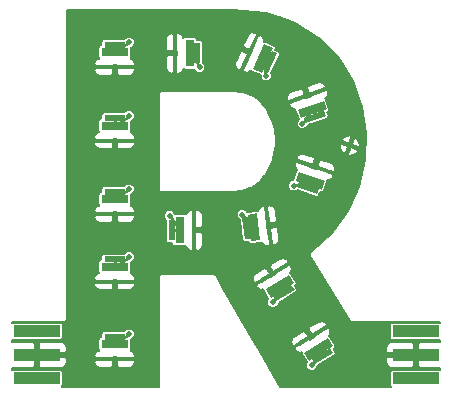
<source format=gtl>
G04 #@! TF.FileFunction,Copper,L1,Top,Signal*
%FSLAX46Y46*%
G04 Gerber Fmt 4.6, Leading zero omitted, Abs format (unit mm)*
G04 Created by KiCad (PCBNEW 4.0.0-rc2-stable) date 3/3/2016 3:47:18 PM*
%MOMM*%
G01*
G04 APERTURE LIST*
%ADD10C,0.150000*%
%ADD11R,1.800000X0.500000*%
%ADD12R,2.300000X0.320000*%
%ADD13R,2.300000X0.800000*%
%ADD14C,0.500000*%
%ADD15R,0.500000X1.800000*%
%ADD16R,0.320000X2.300000*%
%ADD17R,0.800000X2.300000*%
%ADD18R,4.000000X1.000000*%
%ADD19C,0.600000*%
%ADD20C,0.254000*%
%ADD21C,0.152400*%
G04 APERTURE END LIST*
D10*
D11*
X55642574Y-46647844D03*
D12*
X55642574Y-48547844D03*
D13*
X55642574Y-47297844D03*
D14*
X56842574Y-46447844D03*
D11*
X55642574Y-40093965D03*
D12*
X55642574Y-41993965D03*
D13*
X55642574Y-40743965D03*
D14*
X56842574Y-39893965D03*
D10*
G36*
X74124520Y-48031178D02*
X72589400Y-48971075D01*
X72328318Y-48544652D01*
X73863438Y-47604755D01*
X74124520Y-48031178D01*
X74124520Y-48031178D01*
G37*
G36*
X73298623Y-46203476D02*
X71337080Y-47404456D01*
X71169987Y-47131546D01*
X73131530Y-45930566D01*
X73298623Y-46203476D01*
X73298623Y-46203476D01*
G37*
G36*
X74076648Y-47474214D02*
X72115106Y-48675194D01*
X71697374Y-47992918D01*
X73658916Y-46791938D01*
X74076648Y-47474214D01*
X74076648Y-47474214D01*
G37*
D14*
X72307438Y-49085082D03*
D10*
G36*
X70857250Y-42694793D02*
X69322130Y-43634690D01*
X69061048Y-43208267D01*
X70596168Y-42268370D01*
X70857250Y-42694793D01*
X70857250Y-42694793D01*
G37*
G36*
X70031353Y-40867091D02*
X68069810Y-42068071D01*
X67902717Y-41795161D01*
X69864260Y-40594181D01*
X70031353Y-40867091D01*
X70031353Y-40867091D01*
G37*
G36*
X70809378Y-42137829D02*
X68847836Y-43338809D01*
X68430104Y-42656533D01*
X70391646Y-41455553D01*
X70809378Y-42137829D01*
X70809378Y-42137829D01*
G37*
D14*
X69040168Y-43748697D03*
D15*
X60481380Y-37628350D03*
D16*
X62381380Y-37628350D03*
D17*
X61131380Y-37628350D03*
D14*
X60281380Y-36428350D03*
D10*
G36*
X66646522Y-38405871D02*
X66425312Y-36619516D01*
X66921522Y-36558069D01*
X67142732Y-38344424D01*
X66646522Y-38405871D01*
X66646522Y-38405871D01*
G37*
G36*
X68652161Y-38409417D02*
X68369504Y-36126851D01*
X68687079Y-36087525D01*
X68969736Y-38370091D01*
X68652161Y-38409417D01*
X68652161Y-38409417D01*
G37*
G36*
X67173456Y-38592529D02*
X66890798Y-36309964D01*
X67684734Y-36211649D01*
X67967392Y-38494214D01*
X67173456Y-38592529D01*
X67173456Y-38592529D01*
G37*
D14*
X66438065Y-36315645D03*
D10*
G36*
X72748057Y-34594989D02*
X71044293Y-34014308D01*
X71205593Y-33541041D01*
X72909357Y-34121722D01*
X72748057Y-34594989D01*
X72748057Y-34594989D01*
G37*
G36*
X73626666Y-32792034D02*
X71449635Y-32050053D01*
X71552868Y-31747162D01*
X73729899Y-32489143D01*
X73626666Y-32792034D01*
X73626666Y-32792034D01*
G37*
G36*
X73145991Y-34202372D02*
X70968960Y-33460390D01*
X71227041Y-32703162D01*
X73404072Y-33445144D01*
X73145991Y-34202372D01*
X73145991Y-34202372D01*
G37*
D14*
X70776463Y-33870201D03*
D10*
G36*
X73517874Y-27970381D02*
X71819529Y-28566725D01*
X71653878Y-28094963D01*
X73352223Y-27498619D01*
X73517874Y-27970381D01*
X73517874Y-27970381D01*
G37*
G36*
X73094464Y-26009941D02*
X70924357Y-26771937D01*
X70818340Y-26470009D01*
X72988447Y-25708013D01*
X73094464Y-26009941D01*
X73094464Y-26009941D01*
G37*
G36*
X73588104Y-27415793D02*
X71417998Y-28177789D01*
X71152956Y-27422969D01*
X73323062Y-26660973D01*
X73588104Y-27415793D01*
X73588104Y-27415793D01*
G37*
D14*
X71519907Y-28618940D03*
D10*
G36*
X69386217Y-22670177D02*
X68636247Y-24306498D01*
X68181713Y-24098173D01*
X68931683Y-22461852D01*
X69386217Y-22670177D01*
X69386217Y-22670177D01*
G37*
G36*
X67681336Y-21613777D02*
X66723041Y-23704631D01*
X66432140Y-23571303D01*
X67390435Y-21480449D01*
X67681336Y-21613777D01*
X67681336Y-21613777D01*
G37*
G36*
X69035846Y-22234586D02*
X68077551Y-24325440D01*
X67350298Y-23992120D01*
X68308593Y-21901266D01*
X69035846Y-22234586D01*
X69035846Y-22234586D01*
G37*
D14*
X68465798Y-24558385D03*
D15*
X62619025Y-22661350D03*
D16*
X60719025Y-22661350D03*
D17*
X61969025Y-22661350D03*
D14*
X62819025Y-23861350D03*
D11*
X55640280Y-21930643D03*
D12*
X55640280Y-23830643D03*
D13*
X55640280Y-22580643D03*
D14*
X56840280Y-21730643D03*
D11*
X55640280Y-28151940D03*
D12*
X55640280Y-30051940D03*
D13*
X55640280Y-28801940D03*
D14*
X56840280Y-27951940D03*
D11*
X55640280Y-34373247D03*
D12*
X55640280Y-36273247D03*
D13*
X55640280Y-35023247D03*
D14*
X56840280Y-34173247D03*
D18*
X81147030Y-50192200D03*
X81147030Y-48192200D03*
X81147030Y-46192200D03*
D19*
X80147030Y-50192200D03*
X80147030Y-48192200D03*
X80147030Y-46192200D03*
D18*
X49020840Y-46192200D03*
X49020840Y-48192200D03*
X49020840Y-50192200D03*
D19*
X50020840Y-46192200D03*
X50020840Y-48192200D03*
X50020840Y-50192200D03*
D14*
X75549284Y-30465397D03*
D20*
X55640000Y-46650000D02*
X55640000Y-47300000D01*
X55640000Y-46650000D02*
X55640000Y-47300000D01*
X55640000Y-46650000D02*
X55640000Y-47300000D01*
X55640000Y-46650000D02*
X55640000Y-47300000D01*
X55640000Y-46650000D02*
X55640000Y-47300000D01*
X55640000Y-46650000D02*
X55640000Y-47300000D01*
X55640000Y-46650000D02*
X55640000Y-47300000D01*
X55640000Y-46650000D02*
X55640000Y-47300000D01*
X55640000Y-46650000D02*
X55640000Y-47300000D01*
X55640000Y-47300000D02*
X56840000Y-46450000D01*
X55640000Y-47300000D02*
X56840000Y-46450000D01*
X55640000Y-47300000D02*
X56840000Y-46450000D01*
X55640000Y-47300000D02*
X56840000Y-46450000D01*
X55640000Y-47300000D02*
X56840000Y-46450000D01*
X55640000Y-47300000D02*
X56840000Y-46450000D01*
X55640000Y-47300000D02*
X56840000Y-46450000D01*
X55640000Y-47300000D02*
X56840000Y-46450000D01*
X55640000Y-47300000D02*
X56840000Y-46450000D01*
X55640000Y-40090000D02*
X55640000Y-40740000D01*
X55640000Y-40090000D02*
X55640000Y-40740000D01*
X55640000Y-40090000D02*
X55640000Y-40740000D01*
X55640000Y-40090000D02*
X55640000Y-40740000D01*
X55640000Y-40090000D02*
X55640000Y-40740000D01*
X55640000Y-40090000D02*
X55640000Y-40740000D01*
X55640000Y-40090000D02*
X55640000Y-40740000D01*
X55640000Y-40090000D02*
X55640000Y-40740000D01*
X55640000Y-40090000D02*
X55640000Y-40740000D01*
X55640000Y-40740000D02*
X56840000Y-39890000D01*
X55640000Y-40740000D02*
X56840000Y-39890000D01*
X55640000Y-40740000D02*
X56840000Y-39890000D01*
X55640000Y-40740000D02*
X56840000Y-39890000D01*
X55640000Y-40740000D02*
X56840000Y-39890000D01*
X55640000Y-40740000D02*
X56840000Y-39890000D01*
X55640000Y-40740000D02*
X56840000Y-39890000D01*
X55640000Y-40740000D02*
X56840000Y-39890000D01*
X55640000Y-40740000D02*
X56840000Y-39890000D01*
X73230000Y-48290000D02*
X72890000Y-47730000D01*
X73230000Y-48290000D02*
X72890000Y-47730000D01*
X73230000Y-48290000D02*
X72890000Y-47730000D01*
X73230000Y-48290000D02*
X72890000Y-47730000D01*
X73230000Y-48290000D02*
X72890000Y-47730000D01*
X73230000Y-48290000D02*
X72890000Y-47730000D01*
X73230000Y-48290000D02*
X72890000Y-47730000D01*
X73230000Y-48290000D02*
X72890000Y-47730000D01*
X73230000Y-48290000D02*
X72890000Y-47730000D01*
X72890000Y-47730000D02*
X72310000Y-49090000D01*
X72890000Y-47730000D02*
X72310000Y-49090000D01*
X72890000Y-47730000D02*
X72310000Y-49090000D01*
X72890000Y-47730000D02*
X72310000Y-49090000D01*
X72890000Y-47730000D02*
X72310000Y-49090000D01*
X72890000Y-47730000D02*
X72310000Y-49090000D01*
X72890000Y-47730000D02*
X72310000Y-49090000D01*
X72890000Y-47730000D02*
X72310000Y-49090000D01*
X72890000Y-47730000D02*
X72310000Y-49090000D01*
X69960000Y-42950000D02*
X69620000Y-42400000D01*
X69960000Y-42950000D02*
X69620000Y-42400000D01*
X69960000Y-42950000D02*
X69620000Y-42400000D01*
X69960000Y-42950000D02*
X69620000Y-42400000D01*
X69960000Y-42950000D02*
X69620000Y-42400000D01*
X69960000Y-42950000D02*
X69620000Y-42400000D01*
X69960000Y-42950000D02*
X69620000Y-42400000D01*
X69960000Y-42950000D02*
X69620000Y-42400000D01*
X69960000Y-42950000D02*
X69620000Y-42400000D01*
X69620000Y-42400000D02*
X69040000Y-43750000D01*
X69620000Y-42400000D02*
X69040000Y-43750000D01*
X69620000Y-42400000D02*
X69040000Y-43750000D01*
X69620000Y-42400000D02*
X69040000Y-43750000D01*
X69620000Y-42400000D02*
X69040000Y-43750000D01*
X69620000Y-42400000D02*
X69040000Y-43750000D01*
X69620000Y-42400000D02*
X69040000Y-43750000D01*
X69620000Y-42400000D02*
X69040000Y-43750000D01*
X69620000Y-42400000D02*
X69040000Y-43750000D01*
X60480000Y-37630000D02*
X61130000Y-37630000D01*
X60480000Y-37630000D02*
X61130000Y-37630000D01*
X60480000Y-37630000D02*
X61130000Y-37630000D01*
X60480000Y-37630000D02*
X61130000Y-37630000D01*
X60480000Y-37630000D02*
X61130000Y-37630000D01*
X60480000Y-37630000D02*
X61130000Y-37630000D01*
X60480000Y-37630000D02*
X61130000Y-37630000D01*
X60480000Y-37630000D02*
X61130000Y-37630000D01*
X60480000Y-37630000D02*
X61130000Y-37630000D01*
X61130000Y-37630000D02*
X60280000Y-36430000D01*
X61130000Y-37630000D02*
X60280000Y-36430000D01*
X61130000Y-37630000D02*
X60280000Y-36430000D01*
X61130000Y-37630000D02*
X60280000Y-36430000D01*
X61130000Y-37630000D02*
X60280000Y-36430000D01*
X61130000Y-37630000D02*
X60280000Y-36430000D01*
X61130000Y-37630000D02*
X60280000Y-36430000D01*
X61130000Y-37630000D02*
X60280000Y-36430000D01*
X61130000Y-37630000D02*
X60280000Y-36430000D01*
X66780000Y-37480000D02*
X67430000Y-37400000D01*
X66780000Y-37480000D02*
X67430000Y-37400000D01*
X66780000Y-37480000D02*
X67430000Y-37400000D01*
X66780000Y-37480000D02*
X67430000Y-37400000D01*
X66780000Y-37480000D02*
X67430000Y-37400000D01*
X66780000Y-37480000D02*
X67430000Y-37400000D01*
X66780000Y-37480000D02*
X67430000Y-37400000D01*
X66780000Y-37480000D02*
X67430000Y-37400000D01*
X66780000Y-37480000D02*
X67430000Y-37400000D01*
X67430000Y-37400000D02*
X66440000Y-36320000D01*
X67430000Y-37400000D02*
X66440000Y-36320000D01*
X67430000Y-37400000D02*
X66440000Y-36320000D01*
X67430000Y-37400000D02*
X66440000Y-36320000D01*
X67430000Y-37400000D02*
X66440000Y-36320000D01*
X67430000Y-37400000D02*
X66440000Y-36320000D01*
X67430000Y-37400000D02*
X66440000Y-36320000D01*
X67430000Y-37400000D02*
X66440000Y-36320000D01*
X67430000Y-37400000D02*
X66440000Y-36320000D01*
X71980000Y-34070000D02*
X72190000Y-33450000D01*
X71980000Y-34070000D02*
X72190000Y-33450000D01*
X71980000Y-34070000D02*
X72190000Y-33450000D01*
X71980000Y-34070000D02*
X72190000Y-33450000D01*
X71980000Y-34070000D02*
X72190000Y-33450000D01*
X71980000Y-34070000D02*
X72190000Y-33450000D01*
X71980000Y-34070000D02*
X72190000Y-33450000D01*
X71980000Y-34070000D02*
X72190000Y-33450000D01*
X71980000Y-34070000D02*
X72190000Y-33450000D01*
X72190000Y-33450000D02*
X70780000Y-33870000D01*
X72190000Y-33450000D02*
X70780000Y-33870000D01*
X72190000Y-33450000D02*
X70780000Y-33870000D01*
X72190000Y-33450000D02*
X70780000Y-33870000D01*
X72190000Y-33450000D02*
X70780000Y-33870000D01*
X72190000Y-33450000D02*
X70780000Y-33870000D01*
X72190000Y-33450000D02*
X70780000Y-33870000D01*
X72190000Y-33450000D02*
X70780000Y-33870000D01*
X72190000Y-33450000D02*
X70780000Y-33870000D01*
X72590000Y-28030000D02*
X72370000Y-27420000D01*
X72590000Y-28030000D02*
X72370000Y-27420000D01*
X72590000Y-28030000D02*
X72370000Y-27420000D01*
X72590000Y-28030000D02*
X72370000Y-27420000D01*
X72590000Y-28030000D02*
X72370000Y-27420000D01*
X72590000Y-28030000D02*
X72370000Y-27420000D01*
X72590000Y-28030000D02*
X72370000Y-27420000D01*
X72590000Y-28030000D02*
X72370000Y-27420000D01*
X72590000Y-28030000D02*
X72370000Y-27420000D01*
X72370000Y-27420000D02*
X71520000Y-28620000D01*
X72370000Y-27420000D02*
X71520000Y-28620000D01*
X72370000Y-27420000D02*
X71520000Y-28620000D01*
X72370000Y-27420000D02*
X71520000Y-28620000D01*
X72370000Y-27420000D02*
X71520000Y-28620000D01*
X72370000Y-27420000D02*
X71520000Y-28620000D01*
X72370000Y-27420000D02*
X71520000Y-28620000D01*
X72370000Y-27420000D02*
X71520000Y-28620000D01*
X72370000Y-27420000D02*
X71520000Y-28620000D01*
X68780000Y-23380000D02*
X68190000Y-23110000D01*
X68780000Y-23380000D02*
X68190000Y-23110000D01*
X68780000Y-23380000D02*
X68190000Y-23110000D01*
X68780000Y-23380000D02*
X68190000Y-23110000D01*
X68780000Y-23380000D02*
X68190000Y-23110000D01*
X68780000Y-23380000D02*
X68190000Y-23110000D01*
X68780000Y-23380000D02*
X68190000Y-23110000D01*
X68780000Y-23380000D02*
X68190000Y-23110000D01*
X68780000Y-23380000D02*
X68190000Y-23110000D01*
X68190000Y-23110000D02*
X68470000Y-24560000D01*
X68190000Y-23110000D02*
X68470000Y-24560000D01*
X68190000Y-23110000D02*
X68470000Y-24560000D01*
X68190000Y-23110000D02*
X68470000Y-24560000D01*
X68190000Y-23110000D02*
X68470000Y-24560000D01*
X68190000Y-23110000D02*
X68470000Y-24560000D01*
X68190000Y-23110000D02*
X68470000Y-24560000D01*
X68190000Y-23110000D02*
X68470000Y-24560000D01*
X68190000Y-23110000D02*
X68470000Y-24560000D01*
X62620000Y-22660000D02*
X61970000Y-22660000D01*
X62620000Y-22660000D02*
X61970000Y-22660000D01*
X62620000Y-22660000D02*
X61970000Y-22660000D01*
X62620000Y-22660000D02*
X61970000Y-22660000D01*
X62620000Y-22660000D02*
X61970000Y-22660000D01*
X62620000Y-22660000D02*
X61970000Y-22660000D01*
X62620000Y-22660000D02*
X61970000Y-22660000D01*
X62620000Y-22660000D02*
X61970000Y-22660000D01*
X62620000Y-22660000D02*
X61970000Y-22660000D01*
X61970000Y-22660000D02*
X62820000Y-23860000D01*
X61970000Y-22660000D02*
X62820000Y-23860000D01*
X61970000Y-22660000D02*
X62820000Y-23860000D01*
X61970000Y-22660000D02*
X62820000Y-23860000D01*
X61970000Y-22660000D02*
X62820000Y-23860000D01*
X61970000Y-22660000D02*
X62820000Y-23860000D01*
X61970000Y-22660000D02*
X62820000Y-23860000D01*
X61970000Y-22660000D02*
X62820000Y-23860000D01*
X61970000Y-22660000D02*
X62820000Y-23860000D01*
X55640000Y-21930000D02*
X55640000Y-22580000D01*
X55640000Y-21930000D02*
X55640000Y-22580000D01*
X55640000Y-21930000D02*
X55640000Y-22580000D01*
X55640000Y-21930000D02*
X55640000Y-22580000D01*
X55640000Y-21930000D02*
X55640000Y-22580000D01*
X55640000Y-21930000D02*
X55640000Y-22580000D01*
X55640000Y-21930000D02*
X55640000Y-22580000D01*
X55640000Y-21930000D02*
X55640000Y-22580000D01*
X55640000Y-21930000D02*
X55640000Y-22580000D01*
X55640000Y-22580000D02*
X56840000Y-21730000D01*
X55640000Y-22580000D02*
X56840000Y-21730000D01*
X55640000Y-22580000D02*
X56840000Y-21730000D01*
X55640000Y-22580000D02*
X56840000Y-21730000D01*
X55640000Y-22580000D02*
X56840000Y-21730000D01*
X55640000Y-22580000D02*
X56840000Y-21730000D01*
X55640000Y-22580000D02*
X56840000Y-21730000D01*
X55640000Y-22580000D02*
X56840000Y-21730000D01*
X55640000Y-22580000D02*
X56840000Y-21730000D01*
X55640000Y-28150000D02*
X55640000Y-28800000D01*
X55640000Y-28150000D02*
X55640000Y-28800000D01*
X55640000Y-28150000D02*
X55640000Y-28800000D01*
X55640000Y-28150000D02*
X55640000Y-28800000D01*
X55640000Y-28150000D02*
X55640000Y-28800000D01*
X55640000Y-28150000D02*
X55640000Y-28800000D01*
X55640000Y-28150000D02*
X55640000Y-28800000D01*
X55640000Y-28150000D02*
X55640000Y-28800000D01*
X55640000Y-28150000D02*
X55640000Y-28800000D01*
X55640000Y-28800000D02*
X56840000Y-27950000D01*
X55640000Y-28800000D02*
X56840000Y-27950000D01*
X55640000Y-28800000D02*
X56840000Y-27950000D01*
X55640000Y-28800000D02*
X56840000Y-27950000D01*
X55640000Y-28800000D02*
X56840000Y-27950000D01*
X55640000Y-28800000D02*
X56840000Y-27950000D01*
X55640000Y-28800000D02*
X56840000Y-27950000D01*
X55640000Y-28800000D02*
X56840000Y-27950000D01*
X55640000Y-28800000D02*
X56840000Y-27950000D01*
X55640000Y-34370000D02*
X55640000Y-35020000D01*
X55640000Y-34370000D02*
X55640000Y-35020000D01*
X55640000Y-34370000D02*
X55640000Y-35020000D01*
X55640000Y-34370000D02*
X55640000Y-35020000D01*
X55640000Y-34370000D02*
X55640000Y-35020000D01*
X55640000Y-34370000D02*
X55640000Y-35020000D01*
X55640000Y-34370000D02*
X55640000Y-35020000D01*
X55640000Y-34370000D02*
X55640000Y-35020000D01*
X55640000Y-34370000D02*
X55640000Y-35020000D01*
X55640000Y-35020000D02*
X56840000Y-34170000D01*
X55640000Y-35020000D02*
X56840000Y-34170000D01*
X55640000Y-35020000D02*
X56840000Y-34170000D01*
X55640000Y-35020000D02*
X56840000Y-34170000D01*
X55640000Y-35020000D02*
X56840000Y-34170000D01*
X55640000Y-35020000D02*
X56840000Y-34170000D01*
X55640000Y-35020000D02*
X56840000Y-34170000D01*
X55640000Y-35020000D02*
X56840000Y-34170000D01*
X55640000Y-35020000D02*
X56840000Y-34170000D01*
D21*
G36*
X68479714Y-19285014D02*
X69769088Y-19634018D01*
X70940037Y-20127558D01*
X72992729Y-21437371D01*
X74598822Y-23092134D01*
X75786894Y-25020316D01*
X76538383Y-27177189D01*
X76880595Y-29445566D01*
X76792609Y-31733220D01*
X76284267Y-33952328D01*
X75366690Y-36051040D01*
X74023298Y-37910373D01*
X72228022Y-39459045D01*
X72207876Y-39484861D01*
X72183919Y-39507194D01*
X72174746Y-39527314D01*
X72161145Y-39544743D01*
X72152411Y-39576306D01*
X72138826Y-39606104D01*
X72138051Y-39628199D01*
X72132154Y-39649510D01*
X72136164Y-39682014D01*
X72135016Y-39714742D01*
X72142756Y-39735453D01*
X72145463Y-39757396D01*
X72161605Y-39785889D01*
X72173070Y-39816568D01*
X75563070Y-45296568D01*
X75585073Y-45320170D01*
X75603000Y-45347000D01*
X75621787Y-45359553D01*
X75637194Y-45376080D01*
X75666553Y-45389465D01*
X75693384Y-45407393D01*
X75715545Y-45411801D01*
X75736104Y-45421174D01*
X75768352Y-45422305D01*
X75800000Y-45428600D01*
X83181400Y-45428600D01*
X83181400Y-45466082D01*
X83147030Y-45459122D01*
X79147030Y-45459122D01*
X79062316Y-45475062D01*
X78984512Y-45525128D01*
X78932315Y-45601520D01*
X78913952Y-45692200D01*
X78913952Y-46692200D01*
X78929892Y-46776914D01*
X78979958Y-46854718D01*
X79056350Y-46906915D01*
X79147030Y-46925278D01*
X83147030Y-46925278D01*
X83181400Y-46918811D01*
X83181400Y-47108000D01*
X81470880Y-47108000D01*
X81324830Y-47254050D01*
X81324830Y-48014400D01*
X81344830Y-48014400D01*
X81344830Y-48370000D01*
X81324830Y-48370000D01*
X81324830Y-49130350D01*
X81470880Y-49276400D01*
X83181400Y-49276400D01*
X83181400Y-49466082D01*
X83147030Y-49459122D01*
X79147030Y-49459122D01*
X79062316Y-49475062D01*
X78984512Y-49525128D01*
X78932315Y-49601520D01*
X78913952Y-49692200D01*
X78913952Y-50692200D01*
X78929892Y-50776914D01*
X78979958Y-50854718D01*
X79004373Y-50871400D01*
X78760000Y-50871400D01*
X78709726Y-50881400D01*
X69650176Y-50881400D01*
X67836299Y-47765835D01*
X70873338Y-47765835D01*
X70899527Y-47808610D01*
X71087496Y-47945290D01*
X71313463Y-47999632D01*
X71469546Y-47974974D01*
X71466906Y-48027698D01*
X71498595Y-48114623D01*
X71916327Y-48796899D01*
X71917449Y-48798139D01*
X71901938Y-48813623D01*
X71828922Y-48989465D01*
X71828755Y-49179864D01*
X71901464Y-49355833D01*
X72035979Y-49490582D01*
X72211821Y-49563598D01*
X72402220Y-49563765D01*
X72578189Y-49491056D01*
X72712938Y-49356541D01*
X72785954Y-49180699D01*
X72786004Y-49123996D01*
X74246225Y-48229957D01*
X74310149Y-48172129D01*
X74350362Y-48088803D01*
X74354988Y-47996398D01*
X74323299Y-47909473D01*
X74183921Y-47681829D01*
X74198353Y-47672993D01*
X74262278Y-47615164D01*
X74281180Y-47575995D01*
X78562830Y-47575995D01*
X78562830Y-47868350D01*
X78708880Y-48014400D01*
X79279110Y-48014400D01*
X79247618Y-48130533D01*
X79278412Y-48370000D01*
X78708880Y-48370000D01*
X78562830Y-48516050D01*
X78562830Y-48808405D01*
X78651769Y-49023123D01*
X78816108Y-49187461D01*
X79030826Y-49276400D01*
X80823180Y-49276400D01*
X80969230Y-49130350D01*
X80969230Y-48538598D01*
X81046442Y-48253867D01*
X81001577Y-47904983D01*
X80969230Y-47826890D01*
X80969230Y-47254050D01*
X80823180Y-47108000D01*
X79030826Y-47108000D01*
X78816108Y-47196939D01*
X78651769Y-47361277D01*
X78562830Y-47575995D01*
X74281180Y-47575995D01*
X74302490Y-47531839D01*
X74307116Y-47439434D01*
X74275427Y-47352509D01*
X73857695Y-46670233D01*
X73799866Y-46606308D01*
X73746685Y-46580643D01*
X73839456Y-46453061D01*
X73893800Y-46227094D01*
X73857532Y-45997532D01*
X73831343Y-45954758D01*
X73630523Y-45906462D01*
X72427714Y-46642898D01*
X72469487Y-46711125D01*
X72166215Y-46896807D01*
X72124442Y-46828579D01*
X70921633Y-47565015D01*
X70873338Y-47765835D01*
X67836299Y-47765835D01*
X67453266Y-47107928D01*
X70574810Y-47107928D01*
X70611078Y-47337490D01*
X70637267Y-47380264D01*
X70838087Y-47428560D01*
X72040896Y-46692124D01*
X71770336Y-46250223D01*
X71569516Y-46201927D01*
X70964043Y-46572636D01*
X70765835Y-46693992D01*
X70629154Y-46881961D01*
X70574810Y-47107928D01*
X67453266Y-47107928D01*
X66845808Y-46064541D01*
X72073608Y-46064541D01*
X72344168Y-46506443D01*
X73546977Y-45770007D01*
X73595272Y-45569187D01*
X73569083Y-45526412D01*
X73381114Y-45389732D01*
X73155147Y-45335390D01*
X72925585Y-45371657D01*
X72727376Y-45493013D01*
X72121903Y-45863721D01*
X72073608Y-46064541D01*
X66845808Y-46064541D01*
X64729461Y-42429450D01*
X67606068Y-42429450D01*
X67632257Y-42472225D01*
X67820226Y-42608905D01*
X68046193Y-42663247D01*
X68202276Y-42638589D01*
X68199636Y-42691313D01*
X68231325Y-42778238D01*
X68649057Y-43460514D01*
X68650179Y-43461754D01*
X68634668Y-43477238D01*
X68561652Y-43653080D01*
X68561485Y-43843479D01*
X68634194Y-44019448D01*
X68768709Y-44154197D01*
X68944551Y-44227213D01*
X69134950Y-44227380D01*
X69310919Y-44154671D01*
X69445668Y-44020156D01*
X69518684Y-43844314D01*
X69518734Y-43787611D01*
X70978955Y-42893572D01*
X71042879Y-42835744D01*
X71083092Y-42752418D01*
X71087718Y-42660013D01*
X71056029Y-42573088D01*
X70916651Y-42345444D01*
X70931083Y-42336608D01*
X70995008Y-42278779D01*
X71035220Y-42195454D01*
X71039846Y-42103049D01*
X71008157Y-42016124D01*
X70590425Y-41333848D01*
X70532596Y-41269923D01*
X70479415Y-41244258D01*
X70572186Y-41116676D01*
X70626530Y-40890709D01*
X70590262Y-40661147D01*
X70564073Y-40618373D01*
X70363253Y-40570077D01*
X69160444Y-41306513D01*
X69202217Y-41374740D01*
X68898945Y-41560422D01*
X68857172Y-41492194D01*
X67654363Y-42228630D01*
X67606068Y-42429450D01*
X64729461Y-42429450D01*
X64346428Y-41771543D01*
X67307540Y-41771543D01*
X67343808Y-42001105D01*
X67369997Y-42043879D01*
X67570817Y-42092175D01*
X68773626Y-41355739D01*
X68503066Y-40913838D01*
X68302246Y-40865542D01*
X67696773Y-41236251D01*
X67498565Y-41357607D01*
X67361884Y-41545576D01*
X67307540Y-41771543D01*
X64346428Y-41771543D01*
X64170768Y-41469825D01*
X64146968Y-41442884D01*
X64127000Y-41413000D01*
X64111301Y-41402510D01*
X64098798Y-41388357D01*
X64066501Y-41372575D01*
X64036616Y-41352607D01*
X64018096Y-41348923D01*
X64001130Y-41340633D01*
X63965253Y-41338412D01*
X63930000Y-41331400D01*
X59630000Y-41331400D01*
X59523384Y-41352607D01*
X59433000Y-41413000D01*
X59372607Y-41503384D01*
X59351400Y-41610000D01*
X59351400Y-50881400D01*
X51380274Y-50881400D01*
X51330000Y-50871400D01*
X51164511Y-50871400D01*
X51183358Y-50859272D01*
X51235555Y-50782880D01*
X51253918Y-50692200D01*
X51253918Y-49692200D01*
X51237978Y-49607486D01*
X51187912Y-49529682D01*
X51111520Y-49477485D01*
X51020840Y-49459122D01*
X47020840Y-49459122D01*
X46936126Y-49475062D01*
X46908600Y-49492775D01*
X46908600Y-49276400D01*
X48696990Y-49276400D01*
X48843040Y-49130350D01*
X48843040Y-48370000D01*
X48823040Y-48370000D01*
X48823040Y-48130533D01*
X49121428Y-48130533D01*
X49166293Y-48479417D01*
X49198640Y-48557510D01*
X49198640Y-49130350D01*
X49344690Y-49276400D01*
X51137044Y-49276400D01*
X51351762Y-49187461D01*
X51516101Y-49023123D01*
X51605040Y-48808405D01*
X51605040Y-48773894D01*
X53908374Y-48773894D01*
X53908374Y-48824049D01*
X53997313Y-49038767D01*
X54161652Y-49203105D01*
X54376370Y-49292044D01*
X55318724Y-49292044D01*
X55464774Y-49145994D01*
X55464774Y-48627844D01*
X55820374Y-48627844D01*
X55820374Y-49145994D01*
X55966424Y-49292044D01*
X56908778Y-49292044D01*
X57123496Y-49203105D01*
X57287835Y-49038767D01*
X57376774Y-48824049D01*
X57376774Y-48773894D01*
X57230724Y-48627844D01*
X55820374Y-48627844D01*
X55464774Y-48627844D01*
X54054424Y-48627844D01*
X53908374Y-48773894D01*
X51605040Y-48773894D01*
X51605040Y-48516050D01*
X51458990Y-48370000D01*
X50888760Y-48370000D01*
X50915432Y-48271639D01*
X53908374Y-48271639D01*
X53908374Y-48321794D01*
X54054424Y-48467844D01*
X55464774Y-48467844D01*
X55464774Y-48387844D01*
X55820374Y-48387844D01*
X55820374Y-48467844D01*
X57230724Y-48467844D01*
X57376774Y-48321794D01*
X57376774Y-48271639D01*
X57287835Y-48056921D01*
X57123496Y-47892583D01*
X56977506Y-47832112D01*
X57007289Y-47788524D01*
X57025652Y-47697844D01*
X57025652Y-46897844D01*
X57024290Y-46890606D01*
X57113325Y-46853818D01*
X57248074Y-46719303D01*
X57321090Y-46543461D01*
X57321257Y-46353062D01*
X57248548Y-46177093D01*
X57114033Y-46042344D01*
X56938191Y-45969328D01*
X56747792Y-45969161D01*
X56571823Y-46041870D01*
X56448713Y-46164766D01*
X54742574Y-46164766D01*
X54657860Y-46180706D01*
X54580056Y-46230772D01*
X54527859Y-46307164D01*
X54509496Y-46397844D01*
X54509496Y-46664766D01*
X54492574Y-46664766D01*
X54407860Y-46680706D01*
X54330056Y-46730772D01*
X54277859Y-46807164D01*
X54259496Y-46897844D01*
X54259496Y-47697844D01*
X54275436Y-47782558D01*
X54307391Y-47832216D01*
X54161652Y-47892583D01*
X53997313Y-48056921D01*
X53908374Y-48271639D01*
X50915432Y-48271639D01*
X50920252Y-48253867D01*
X50889458Y-48014400D01*
X51458990Y-48014400D01*
X51605040Y-47868350D01*
X51605040Y-47575995D01*
X51516101Y-47361277D01*
X51351762Y-47196939D01*
X51137044Y-47108000D01*
X49344690Y-47108000D01*
X49198640Y-47254050D01*
X49198640Y-47845802D01*
X49121428Y-48130533D01*
X48823040Y-48130533D01*
X48823040Y-48014400D01*
X48843040Y-48014400D01*
X48843040Y-47254050D01*
X48696990Y-47108000D01*
X46908600Y-47108000D01*
X46908600Y-46892184D01*
X46930160Y-46906915D01*
X47020840Y-46925278D01*
X51020840Y-46925278D01*
X51105554Y-46909338D01*
X51183358Y-46859272D01*
X51235555Y-46782880D01*
X51253918Y-46692200D01*
X51253918Y-45692200D01*
X51237978Y-45607486D01*
X51187912Y-45529682D01*
X51111520Y-45477485D01*
X51020840Y-45459122D01*
X47020840Y-45459122D01*
X46936126Y-45475062D01*
X46908600Y-45492775D01*
X46908600Y-45428600D01*
X51330000Y-45428600D01*
X51436616Y-45407393D01*
X51527000Y-45347000D01*
X51587393Y-45256616D01*
X51608600Y-45150000D01*
X51608600Y-42220015D01*
X53908374Y-42220015D01*
X53908374Y-42270170D01*
X53997313Y-42484888D01*
X54161652Y-42649226D01*
X54376370Y-42738165D01*
X55318724Y-42738165D01*
X55464774Y-42592115D01*
X55464774Y-42073965D01*
X55820374Y-42073965D01*
X55820374Y-42592115D01*
X55966424Y-42738165D01*
X56908778Y-42738165D01*
X57123496Y-42649226D01*
X57287835Y-42484888D01*
X57376774Y-42270170D01*
X57376774Y-42220015D01*
X57230724Y-42073965D01*
X55820374Y-42073965D01*
X55464774Y-42073965D01*
X54054424Y-42073965D01*
X53908374Y-42220015D01*
X51608600Y-42220015D01*
X51608600Y-41717760D01*
X53908374Y-41717760D01*
X53908374Y-41767915D01*
X54054424Y-41913965D01*
X55464774Y-41913965D01*
X55464774Y-41833965D01*
X55820374Y-41833965D01*
X55820374Y-41913965D01*
X57230724Y-41913965D01*
X57376774Y-41767915D01*
X57376774Y-41717760D01*
X57287835Y-41503042D01*
X57123496Y-41338704D01*
X56977506Y-41278233D01*
X57007289Y-41234645D01*
X57025652Y-41143965D01*
X57025652Y-40728156D01*
X68806338Y-40728156D01*
X69076898Y-41170058D01*
X70279707Y-40433622D01*
X70328002Y-40232802D01*
X70301813Y-40190027D01*
X70113844Y-40053347D01*
X69887877Y-39999005D01*
X69658315Y-40035272D01*
X69460106Y-40156628D01*
X68854633Y-40527336D01*
X68806338Y-40728156D01*
X57025652Y-40728156D01*
X57025652Y-40343965D01*
X57024290Y-40336727D01*
X57113325Y-40299939D01*
X57248074Y-40165424D01*
X57321090Y-39989582D01*
X57321257Y-39799183D01*
X57248548Y-39623214D01*
X57114033Y-39488465D01*
X56938191Y-39415449D01*
X56747792Y-39415282D01*
X56571823Y-39487991D01*
X56448713Y-39610887D01*
X54742574Y-39610887D01*
X54657860Y-39626827D01*
X54580056Y-39676893D01*
X54527859Y-39753285D01*
X54509496Y-39843965D01*
X54509496Y-40110887D01*
X54492574Y-40110887D01*
X54407860Y-40126827D01*
X54330056Y-40176893D01*
X54277859Y-40253285D01*
X54259496Y-40343965D01*
X54259496Y-41143965D01*
X54275436Y-41228679D01*
X54307391Y-41278337D01*
X54161652Y-41338704D01*
X53997313Y-41503042D01*
X53908374Y-41717760D01*
X51608600Y-41717760D01*
X51608600Y-36499297D01*
X53906080Y-36499297D01*
X53906080Y-36549452D01*
X53995019Y-36764170D01*
X54159358Y-36928508D01*
X54374076Y-37017447D01*
X55316430Y-37017447D01*
X55462480Y-36871397D01*
X55462480Y-36353247D01*
X55818080Y-36353247D01*
X55818080Y-36871397D01*
X55964130Y-37017447D01*
X56906484Y-37017447D01*
X57121202Y-36928508D01*
X57285541Y-36764170D01*
X57374480Y-36549452D01*
X57374480Y-36523132D01*
X59802697Y-36523132D01*
X59875406Y-36699101D01*
X59998302Y-36822211D01*
X59998302Y-38528350D01*
X60014242Y-38613064D01*
X60064308Y-38690868D01*
X60140700Y-38743065D01*
X60231380Y-38761428D01*
X60498302Y-38761428D01*
X60498302Y-38778350D01*
X60514242Y-38863064D01*
X60564308Y-38940868D01*
X60640700Y-38993065D01*
X60731380Y-39011428D01*
X61531380Y-39011428D01*
X61616094Y-38995488D01*
X61665752Y-38963533D01*
X61726119Y-39109272D01*
X61890457Y-39273611D01*
X62105175Y-39362550D01*
X62155330Y-39362550D01*
X62301380Y-39216500D01*
X62301380Y-37806150D01*
X62461380Y-37806150D01*
X62461380Y-39216500D01*
X62607430Y-39362550D01*
X62657585Y-39362550D01*
X62872303Y-39273611D01*
X63036641Y-39109272D01*
X63125580Y-38894554D01*
X63125580Y-37952200D01*
X62979530Y-37806150D01*
X62461380Y-37806150D01*
X62301380Y-37806150D01*
X62221380Y-37806150D01*
X62221380Y-37450550D01*
X62301380Y-37450550D01*
X62301380Y-36040200D01*
X62461380Y-36040200D01*
X62461380Y-37450550D01*
X62979530Y-37450550D01*
X63125580Y-37304500D01*
X63125580Y-36410427D01*
X65959382Y-36410427D01*
X66032091Y-36586396D01*
X66166606Y-36721145D01*
X66205014Y-36737093D01*
X66415211Y-38434515D01*
X66441441Y-38516628D01*
X66500689Y-38587690D01*
X66582916Y-38630102D01*
X66675166Y-38637182D01*
X66940065Y-38604379D01*
X66942145Y-38621173D01*
X66968375Y-38703286D01*
X67027623Y-38774348D01*
X67109850Y-38816760D01*
X67202100Y-38823840D01*
X67996036Y-38725525D01*
X68078149Y-38699295D01*
X68123504Y-38661480D01*
X68201323Y-38798695D01*
X68384612Y-38941592D01*
X68608632Y-39003469D01*
X68658407Y-38997306D01*
X68785401Y-38834414D01*
X68612077Y-37434755D01*
X68532684Y-37444587D01*
X68529032Y-37415092D01*
X68770864Y-37415092D01*
X68944188Y-38814751D01*
X69107080Y-38941745D01*
X69156855Y-38935581D01*
X69359015Y-38820929D01*
X69501911Y-38637639D01*
X69563788Y-38413619D01*
X69535226Y-38182971D01*
X69447978Y-37478408D01*
X69285087Y-37351414D01*
X68770864Y-37415092D01*
X68529032Y-37415092D01*
X68488982Y-37091682D01*
X68568376Y-37081850D01*
X68395052Y-35682191D01*
X68369831Y-35662528D01*
X68553839Y-35662528D01*
X68727163Y-37062187D01*
X69241385Y-36998509D01*
X69368379Y-36835618D01*
X69281131Y-36131054D01*
X69252569Y-35900407D01*
X69137917Y-35698247D01*
X68954628Y-35555350D01*
X68730608Y-35493473D01*
X68680833Y-35499636D01*
X68553839Y-35662528D01*
X68369831Y-35662528D01*
X68232160Y-35555197D01*
X68182385Y-35561361D01*
X67980225Y-35676013D01*
X67837329Y-35859303D01*
X67795258Y-36011618D01*
X67748340Y-35987418D01*
X67656090Y-35980338D01*
X66862154Y-36078653D01*
X66858474Y-36079829D01*
X66844039Y-36044894D01*
X66709524Y-35910145D01*
X66533682Y-35837129D01*
X66343283Y-35836962D01*
X66167314Y-35909671D01*
X66032565Y-36044186D01*
X65959549Y-36220028D01*
X65959382Y-36410427D01*
X63125580Y-36410427D01*
X63125580Y-36362146D01*
X63036641Y-36147428D01*
X62872303Y-35983089D01*
X62657585Y-35894150D01*
X62607430Y-35894150D01*
X62461380Y-36040200D01*
X62301380Y-36040200D01*
X62155330Y-35894150D01*
X62105175Y-35894150D01*
X61890457Y-35983089D01*
X61726119Y-36147428D01*
X61665648Y-36293418D01*
X61622060Y-36263635D01*
X61531380Y-36245272D01*
X60731380Y-36245272D01*
X60724142Y-36246634D01*
X60687354Y-36157599D01*
X60552839Y-36022850D01*
X60376997Y-35949834D01*
X60186598Y-35949667D01*
X60010629Y-36022376D01*
X59875880Y-36156891D01*
X59802864Y-36332733D01*
X59802697Y-36523132D01*
X57374480Y-36523132D01*
X57374480Y-36499297D01*
X57228430Y-36353247D01*
X55818080Y-36353247D01*
X55462480Y-36353247D01*
X54052130Y-36353247D01*
X53906080Y-36499297D01*
X51608600Y-36499297D01*
X51608600Y-35997042D01*
X53906080Y-35997042D01*
X53906080Y-36047197D01*
X54052130Y-36193247D01*
X55462480Y-36193247D01*
X55462480Y-36113247D01*
X55818080Y-36113247D01*
X55818080Y-36193247D01*
X57228430Y-36193247D01*
X57374480Y-36047197D01*
X57374480Y-35997042D01*
X57285541Y-35782324D01*
X57121202Y-35617986D01*
X56975212Y-35557515D01*
X57004995Y-35513927D01*
X57023358Y-35423247D01*
X57023358Y-34623247D01*
X57021996Y-34616009D01*
X57111031Y-34579221D01*
X57245780Y-34444706D01*
X57318796Y-34268864D01*
X57318963Y-34078465D01*
X57246254Y-33902496D01*
X57111739Y-33767747D01*
X56935897Y-33694731D01*
X56745498Y-33694564D01*
X56569529Y-33767273D01*
X56446419Y-33890169D01*
X54740280Y-33890169D01*
X54655566Y-33906109D01*
X54577762Y-33956175D01*
X54525565Y-34032567D01*
X54507202Y-34123247D01*
X54507202Y-34390169D01*
X54490280Y-34390169D01*
X54405566Y-34406109D01*
X54327762Y-34456175D01*
X54275565Y-34532567D01*
X54257202Y-34623247D01*
X54257202Y-35423247D01*
X54273142Y-35507961D01*
X54305097Y-35557619D01*
X54159358Y-35617986D01*
X53995019Y-35782324D01*
X53906080Y-35997042D01*
X51608600Y-35997042D01*
X51608600Y-30277990D01*
X53906080Y-30277990D01*
X53906080Y-30328145D01*
X53995019Y-30542863D01*
X54159358Y-30707201D01*
X54374076Y-30796140D01*
X55316430Y-30796140D01*
X55462480Y-30650090D01*
X55462480Y-30131940D01*
X55818080Y-30131940D01*
X55818080Y-30650090D01*
X55964130Y-30796140D01*
X56906484Y-30796140D01*
X57121202Y-30707201D01*
X57285541Y-30542863D01*
X57374480Y-30328145D01*
X57374480Y-30277990D01*
X57228430Y-30131940D01*
X55818080Y-30131940D01*
X55462480Y-30131940D01*
X54052130Y-30131940D01*
X53906080Y-30277990D01*
X51608600Y-30277990D01*
X51608600Y-29775735D01*
X53906080Y-29775735D01*
X53906080Y-29825890D01*
X54052130Y-29971940D01*
X55462480Y-29971940D01*
X55462480Y-29891940D01*
X55818080Y-29891940D01*
X55818080Y-29971940D01*
X57228430Y-29971940D01*
X57374480Y-29825890D01*
X57374480Y-29775735D01*
X57285541Y-29561017D01*
X57121202Y-29396679D01*
X56975212Y-29336208D01*
X57004995Y-29292620D01*
X57023358Y-29201940D01*
X57023358Y-28401940D01*
X57021996Y-28394702D01*
X57111031Y-28357914D01*
X57245780Y-28223399D01*
X57318796Y-28047557D01*
X57318963Y-27857158D01*
X57246254Y-27681189D01*
X57111739Y-27546440D01*
X56935897Y-27473424D01*
X56745498Y-27473257D01*
X56569529Y-27545966D01*
X56446419Y-27668862D01*
X54740280Y-27668862D01*
X54655566Y-27684802D01*
X54577762Y-27734868D01*
X54525565Y-27811260D01*
X54507202Y-27901940D01*
X54507202Y-28168862D01*
X54490280Y-28168862D01*
X54405566Y-28184802D01*
X54327762Y-28234868D01*
X54275565Y-28311260D01*
X54257202Y-28401940D01*
X54257202Y-29201940D01*
X54273142Y-29286654D01*
X54305097Y-29336312D01*
X54159358Y-29396679D01*
X53995019Y-29561017D01*
X53906080Y-29775735D01*
X51608600Y-29775735D01*
X51608600Y-26140000D01*
X59341400Y-26140000D01*
X59341400Y-34150000D01*
X59362607Y-34256616D01*
X59423000Y-34347000D01*
X59513384Y-34407393D01*
X59620000Y-34428600D01*
X65560000Y-34428600D01*
X65574106Y-34425794D01*
X65588425Y-34427146D01*
X66368425Y-34347146D01*
X66397707Y-34338135D01*
X66428101Y-34334303D01*
X67118101Y-34104303D01*
X67149825Y-34086219D01*
X67183629Y-34072413D01*
X67346151Y-33964983D01*
X70297780Y-33964983D01*
X70370489Y-34140952D01*
X70505004Y-34275701D01*
X70680846Y-34348717D01*
X70871245Y-34348884D01*
X71047214Y-34276175D01*
X71058138Y-34265270D01*
X72672866Y-34815606D01*
X72758193Y-34827847D01*
X72847989Y-34805557D01*
X72922039Y-34750088D01*
X72968674Y-34670180D01*
X73054783Y-34417530D01*
X73070800Y-34422989D01*
X73156127Y-34435230D01*
X73245923Y-34412940D01*
X73319972Y-34357471D01*
X73366607Y-34277563D01*
X73624688Y-33520335D01*
X73636930Y-33435008D01*
X73622704Y-33377696D01*
X73780124Y-33367572D01*
X73988692Y-33265036D01*
X74142144Y-33090490D01*
X74158324Y-33043016D01*
X74067199Y-32857659D01*
X72732253Y-32402679D01*
X72706445Y-32478402D01*
X72369857Y-32363686D01*
X72395665Y-32287962D01*
X72287903Y-32251234D01*
X72783869Y-32251234D01*
X74118815Y-32706213D01*
X74304172Y-32615088D01*
X74320352Y-32567614D01*
X74305436Y-32335684D01*
X74202899Y-32127117D01*
X74028353Y-31973665D01*
X73808370Y-31898689D01*
X73136382Y-31669661D01*
X72951024Y-31760786D01*
X72783869Y-32251234D01*
X72287903Y-32251234D01*
X71060719Y-31832983D01*
X70875362Y-31924108D01*
X70859182Y-31971582D01*
X70874098Y-32203512D01*
X70976635Y-32412079D01*
X71095311Y-32516413D01*
X71053060Y-32548063D01*
X71006425Y-32627971D01*
X70748344Y-33385199D01*
X70747429Y-33391576D01*
X70681681Y-33391518D01*
X70505712Y-33464227D01*
X70370963Y-33598742D01*
X70297947Y-33774584D01*
X70297780Y-33964983D01*
X67346151Y-33964983D01*
X67773629Y-33682414D01*
X67800246Y-33656061D01*
X67829904Y-33633189D01*
X68309904Y-33083189D01*
X68326885Y-33053613D01*
X68348041Y-33026861D01*
X69018041Y-31716861D01*
X69029701Y-31675759D01*
X69044809Y-31635802D01*
X69068079Y-31496180D01*
X71021210Y-31496180D01*
X71112335Y-31681537D01*
X72447281Y-32136517D01*
X72614437Y-31646070D01*
X72523311Y-31460712D01*
X71851323Y-31231684D01*
X71633790Y-31157543D01*
X75417965Y-31157543D01*
X75497181Y-31314343D01*
X75826025Y-31269661D01*
X76112737Y-31102535D01*
X76215718Y-30993876D01*
X76151988Y-30830169D01*
X75621289Y-30626844D01*
X75417965Y-31157543D01*
X71633790Y-31157543D01*
X71631340Y-31156708D01*
X71399410Y-31171624D01*
X71190842Y-31274160D01*
X71037390Y-31448706D01*
X71021210Y-31496180D01*
X69068079Y-31496180D01*
X69248560Y-30413294D01*
X74700338Y-30413294D01*
X74745020Y-30742138D01*
X74912146Y-31028850D01*
X75020805Y-31131831D01*
X75184512Y-31068101D01*
X75387837Y-30537402D01*
X75011955Y-30393392D01*
X75710731Y-30393392D01*
X76241430Y-30596716D01*
X76398230Y-30517500D01*
X76353548Y-30188656D01*
X76186422Y-29901944D01*
X76077763Y-29798963D01*
X75914056Y-29862693D01*
X75710731Y-30393392D01*
X75011955Y-30393392D01*
X74857138Y-30334078D01*
X74700338Y-30413294D01*
X69248560Y-30413294D01*
X69284809Y-30195802D01*
X69283500Y-30153846D01*
X69285987Y-30111933D01*
X69261847Y-29936918D01*
X74882850Y-29936918D01*
X74946580Y-30100625D01*
X75477279Y-30303950D01*
X75680603Y-29773251D01*
X75601387Y-29616451D01*
X75272543Y-29661133D01*
X74985831Y-29828259D01*
X74882850Y-29936918D01*
X69261847Y-29936918D01*
X69085987Y-28661933D01*
X69071567Y-28620297D01*
X69060323Y-28577705D01*
X68420323Y-27267705D01*
X68398140Y-27238572D01*
X68379904Y-27206811D01*
X68223679Y-27027803D01*
X70395032Y-27027803D01*
X70411649Y-27075126D01*
X70566702Y-27248252D01*
X70776205Y-27348863D01*
X70933984Y-27357552D01*
X70920325Y-27408545D01*
X70933041Y-27500188D01*
X71198083Y-28255008D01*
X71201359Y-28260680D01*
X71114407Y-28347481D01*
X71041391Y-28523323D01*
X71041224Y-28713722D01*
X71113933Y-28889691D01*
X71248448Y-29024440D01*
X71424290Y-29097456D01*
X71614689Y-29097623D01*
X71790658Y-29024914D01*
X71925407Y-28890399D01*
X71980737Y-28757149D01*
X73595093Y-28190296D01*
X73669742Y-28147190D01*
X73726566Y-28074175D01*
X73750505Y-27984805D01*
X73737789Y-27893162D01*
X73649357Y-27641314D01*
X73665323Y-27635708D01*
X73739972Y-27592602D01*
X73796796Y-27519587D01*
X73820735Y-27430217D01*
X73808019Y-27338574D01*
X73542977Y-26583754D01*
X73499871Y-26509105D01*
X73453270Y-26472838D01*
X73570778Y-26367597D01*
X73671390Y-26158094D01*
X73684170Y-25926037D01*
X73667553Y-25878714D01*
X73481365Y-25789299D01*
X72150665Y-26256551D01*
X72177169Y-26332034D01*
X71841652Y-26449844D01*
X71815148Y-26374363D01*
X70484448Y-26841615D01*
X70395032Y-27027803D01*
X68223679Y-27027803D01*
X67899904Y-26656811D01*
X67869407Y-26633293D01*
X67841834Y-26606410D01*
X67761070Y-26553913D01*
X70228634Y-26553913D01*
X70245251Y-26601236D01*
X70431439Y-26690651D01*
X71762139Y-26223399D01*
X71590475Y-25734511D01*
X71404286Y-25645096D01*
X70734436Y-25880303D01*
X70515152Y-25957300D01*
X70342026Y-26112353D01*
X70241414Y-26321856D01*
X70228634Y-26553913D01*
X67761070Y-26553913D01*
X67241834Y-26216410D01*
X67209444Y-26203472D01*
X67179215Y-26186071D01*
X66469215Y-25946071D01*
X66437587Y-25941948D01*
X66407052Y-25932716D01*
X65587052Y-25852716D01*
X65574364Y-25853978D01*
X65561876Y-25851406D01*
X62591876Y-25831406D01*
X62589532Y-25831856D01*
X62587186Y-25831414D01*
X59617186Y-25861414D01*
X59565332Y-25872274D01*
X59513384Y-25882607D01*
X59512192Y-25883403D01*
X59510790Y-25883697D01*
X59467052Y-25913565D01*
X59423000Y-25943000D01*
X59422204Y-25944192D01*
X59421020Y-25945000D01*
X59392024Y-25989358D01*
X59362607Y-26033384D01*
X59362328Y-26034789D01*
X59361543Y-26035989D01*
X59351729Y-26088071D01*
X59341400Y-26140000D01*
X51608600Y-26140000D01*
X51608600Y-25616700D01*
X71925992Y-25616700D01*
X72097656Y-26105587D01*
X73428356Y-25638335D01*
X73517772Y-25452147D01*
X73501155Y-25404824D01*
X73346102Y-25231698D01*
X73136599Y-25131087D01*
X72904542Y-25118308D01*
X72685258Y-25195305D01*
X72015407Y-25430512D01*
X71925992Y-25616700D01*
X51608600Y-25616700D01*
X51608600Y-24056693D01*
X53906080Y-24056693D01*
X53906080Y-24106848D01*
X53995019Y-24321566D01*
X54159358Y-24485904D01*
X54374076Y-24574843D01*
X55316430Y-24574843D01*
X55462480Y-24428793D01*
X55462480Y-23910643D01*
X55818080Y-23910643D01*
X55818080Y-24428793D01*
X55964130Y-24574843D01*
X56906484Y-24574843D01*
X57121202Y-24485904D01*
X57285541Y-24321566D01*
X57374480Y-24106848D01*
X57374480Y-24056693D01*
X57228430Y-23910643D01*
X55818080Y-23910643D01*
X55462480Y-23910643D01*
X54052130Y-23910643D01*
X53906080Y-24056693D01*
X51608600Y-24056693D01*
X51608600Y-23554438D01*
X53906080Y-23554438D01*
X53906080Y-23604593D01*
X54052130Y-23750643D01*
X55462480Y-23750643D01*
X55462480Y-23670643D01*
X55818080Y-23670643D01*
X55818080Y-23750643D01*
X57228430Y-23750643D01*
X57374480Y-23604593D01*
X57374480Y-23554438D01*
X57285541Y-23339720D01*
X57121202Y-23175382D01*
X56975212Y-23114911D01*
X57004995Y-23071323D01*
X57022435Y-22985200D01*
X59974825Y-22985200D01*
X59974825Y-23927554D01*
X60063764Y-24142272D01*
X60228102Y-24306611D01*
X60442820Y-24395550D01*
X60492975Y-24395550D01*
X60639025Y-24249500D01*
X60639025Y-22839150D01*
X60120875Y-22839150D01*
X59974825Y-22985200D01*
X57022435Y-22985200D01*
X57023358Y-22980643D01*
X57023358Y-22180643D01*
X57021996Y-22173405D01*
X57111031Y-22136617D01*
X57245780Y-22002102D01*
X57318796Y-21826260D01*
X57318963Y-21635861D01*
X57246254Y-21459892D01*
X57181621Y-21395146D01*
X59974825Y-21395146D01*
X59974825Y-22337500D01*
X60120875Y-22483550D01*
X60639025Y-22483550D01*
X60639025Y-21073200D01*
X60799025Y-21073200D01*
X60799025Y-22483550D01*
X60879025Y-22483550D01*
X60879025Y-22839150D01*
X60799025Y-22839150D01*
X60799025Y-24249500D01*
X60945075Y-24395550D01*
X60995230Y-24395550D01*
X61209948Y-24306611D01*
X61374286Y-24142272D01*
X61434757Y-23996282D01*
X61478345Y-24026065D01*
X61569025Y-24044428D01*
X62369025Y-24044428D01*
X62376263Y-24043066D01*
X62413051Y-24132101D01*
X62547566Y-24266850D01*
X62723408Y-24339866D01*
X62913807Y-24340033D01*
X63089776Y-24267324D01*
X63224525Y-24132809D01*
X63297541Y-23956967D01*
X63297708Y-23766568D01*
X63256065Y-23665783D01*
X65844035Y-23665783D01*
X65924958Y-23883649D01*
X66083094Y-24053963D01*
X66128689Y-24074860D01*
X66142831Y-24069607D01*
X66467760Y-24069607D01*
X66539678Y-24263228D01*
X66585272Y-24284125D01*
X66817522Y-24292735D01*
X67035388Y-24211812D01*
X67151187Y-24104292D01*
X67178403Y-24149528D01*
X67253186Y-24204003D01*
X67980439Y-24537323D01*
X67987215Y-24539008D01*
X67987115Y-24653167D01*
X68059824Y-24829136D01*
X68194339Y-24963885D01*
X68370181Y-25036901D01*
X68560580Y-25037068D01*
X68736549Y-24964359D01*
X68871298Y-24829844D01*
X68944314Y-24654002D01*
X68944481Y-24463603D01*
X68885765Y-24321499D01*
X69598101Y-22767289D01*
X69618906Y-22683637D01*
X69605810Y-22592047D01*
X69558112Y-22512769D01*
X69483329Y-22458293D01*
X69240680Y-22347080D01*
X69247730Y-22331698D01*
X69268535Y-22248046D01*
X69255439Y-22156456D01*
X69207741Y-22077178D01*
X69132958Y-22022703D01*
X68405705Y-21689383D01*
X68322053Y-21668577D01*
X68263596Y-21676935D01*
X68269441Y-21519297D01*
X68188518Y-21301431D01*
X68030382Y-21131117D01*
X67984787Y-21110220D01*
X67791166Y-21182137D01*
X67203544Y-22464240D01*
X67276269Y-22497572D01*
X67128108Y-22820836D01*
X67055383Y-22787504D01*
X66467760Y-24069607D01*
X66142831Y-24069607D01*
X66322310Y-24002943D01*
X66909932Y-22720840D01*
X66438899Y-22504953D01*
X66245278Y-22576870D01*
X65949480Y-23222258D01*
X65852646Y-23433533D01*
X65844035Y-23665783D01*
X63256065Y-23665783D01*
X63224999Y-23590599D01*
X63102103Y-23467489D01*
X63102103Y-21988068D01*
X66515143Y-21988068D01*
X66587060Y-22181689D01*
X67058093Y-22397576D01*
X67645716Y-21115473D01*
X67573798Y-20921852D01*
X67528204Y-20900955D01*
X67295954Y-20892345D01*
X67078088Y-20973268D01*
X66907775Y-21131405D01*
X66810941Y-21342680D01*
X66515143Y-21988068D01*
X63102103Y-21988068D01*
X63102103Y-21761350D01*
X63086163Y-21676636D01*
X63036097Y-21598832D01*
X62959705Y-21546635D01*
X62869025Y-21528272D01*
X62602103Y-21528272D01*
X62602103Y-21511350D01*
X62586163Y-21426636D01*
X62536097Y-21348832D01*
X62459705Y-21296635D01*
X62369025Y-21278272D01*
X61569025Y-21278272D01*
X61484311Y-21294212D01*
X61434653Y-21326167D01*
X61374286Y-21180428D01*
X61209948Y-21016089D01*
X60995230Y-20927150D01*
X60945075Y-20927150D01*
X60799025Y-21073200D01*
X60639025Y-21073200D01*
X60492975Y-20927150D01*
X60442820Y-20927150D01*
X60228102Y-21016089D01*
X60063764Y-21180428D01*
X59974825Y-21395146D01*
X57181621Y-21395146D01*
X57111739Y-21325143D01*
X56935897Y-21252127D01*
X56745498Y-21251960D01*
X56569529Y-21324669D01*
X56446419Y-21447565D01*
X54740280Y-21447565D01*
X54655566Y-21463505D01*
X54577762Y-21513571D01*
X54525565Y-21589963D01*
X54507202Y-21680643D01*
X54507202Y-21947565D01*
X54490280Y-21947565D01*
X54405566Y-21963505D01*
X54327762Y-22013571D01*
X54275565Y-22089963D01*
X54257202Y-22180643D01*
X54257202Y-22980643D01*
X54273142Y-23065357D01*
X54305097Y-23115015D01*
X54159358Y-23175382D01*
X53995019Y-23339720D01*
X53906080Y-23554438D01*
X51608600Y-23554438D01*
X51608600Y-18998600D01*
X65546433Y-18998600D01*
X68479714Y-19285014D01*
X68479714Y-19285014D01*
G37*
X68479714Y-19285014D02*
X69769088Y-19634018D01*
X70940037Y-20127558D01*
X72992729Y-21437371D01*
X74598822Y-23092134D01*
X75786894Y-25020316D01*
X76538383Y-27177189D01*
X76880595Y-29445566D01*
X76792609Y-31733220D01*
X76284267Y-33952328D01*
X75366690Y-36051040D01*
X74023298Y-37910373D01*
X72228022Y-39459045D01*
X72207876Y-39484861D01*
X72183919Y-39507194D01*
X72174746Y-39527314D01*
X72161145Y-39544743D01*
X72152411Y-39576306D01*
X72138826Y-39606104D01*
X72138051Y-39628199D01*
X72132154Y-39649510D01*
X72136164Y-39682014D01*
X72135016Y-39714742D01*
X72142756Y-39735453D01*
X72145463Y-39757396D01*
X72161605Y-39785889D01*
X72173070Y-39816568D01*
X75563070Y-45296568D01*
X75585073Y-45320170D01*
X75603000Y-45347000D01*
X75621787Y-45359553D01*
X75637194Y-45376080D01*
X75666553Y-45389465D01*
X75693384Y-45407393D01*
X75715545Y-45411801D01*
X75736104Y-45421174D01*
X75768352Y-45422305D01*
X75800000Y-45428600D01*
X83181400Y-45428600D01*
X83181400Y-45466082D01*
X83147030Y-45459122D01*
X79147030Y-45459122D01*
X79062316Y-45475062D01*
X78984512Y-45525128D01*
X78932315Y-45601520D01*
X78913952Y-45692200D01*
X78913952Y-46692200D01*
X78929892Y-46776914D01*
X78979958Y-46854718D01*
X79056350Y-46906915D01*
X79147030Y-46925278D01*
X83147030Y-46925278D01*
X83181400Y-46918811D01*
X83181400Y-47108000D01*
X81470880Y-47108000D01*
X81324830Y-47254050D01*
X81324830Y-48014400D01*
X81344830Y-48014400D01*
X81344830Y-48370000D01*
X81324830Y-48370000D01*
X81324830Y-49130350D01*
X81470880Y-49276400D01*
X83181400Y-49276400D01*
X83181400Y-49466082D01*
X83147030Y-49459122D01*
X79147030Y-49459122D01*
X79062316Y-49475062D01*
X78984512Y-49525128D01*
X78932315Y-49601520D01*
X78913952Y-49692200D01*
X78913952Y-50692200D01*
X78929892Y-50776914D01*
X78979958Y-50854718D01*
X79004373Y-50871400D01*
X78760000Y-50871400D01*
X78709726Y-50881400D01*
X69650176Y-50881400D01*
X67836299Y-47765835D01*
X70873338Y-47765835D01*
X70899527Y-47808610D01*
X71087496Y-47945290D01*
X71313463Y-47999632D01*
X71469546Y-47974974D01*
X71466906Y-48027698D01*
X71498595Y-48114623D01*
X71916327Y-48796899D01*
X71917449Y-48798139D01*
X71901938Y-48813623D01*
X71828922Y-48989465D01*
X71828755Y-49179864D01*
X71901464Y-49355833D01*
X72035979Y-49490582D01*
X72211821Y-49563598D01*
X72402220Y-49563765D01*
X72578189Y-49491056D01*
X72712938Y-49356541D01*
X72785954Y-49180699D01*
X72786004Y-49123996D01*
X74246225Y-48229957D01*
X74310149Y-48172129D01*
X74350362Y-48088803D01*
X74354988Y-47996398D01*
X74323299Y-47909473D01*
X74183921Y-47681829D01*
X74198353Y-47672993D01*
X74262278Y-47615164D01*
X74281180Y-47575995D01*
X78562830Y-47575995D01*
X78562830Y-47868350D01*
X78708880Y-48014400D01*
X79279110Y-48014400D01*
X79247618Y-48130533D01*
X79278412Y-48370000D01*
X78708880Y-48370000D01*
X78562830Y-48516050D01*
X78562830Y-48808405D01*
X78651769Y-49023123D01*
X78816108Y-49187461D01*
X79030826Y-49276400D01*
X80823180Y-49276400D01*
X80969230Y-49130350D01*
X80969230Y-48538598D01*
X81046442Y-48253867D01*
X81001577Y-47904983D01*
X80969230Y-47826890D01*
X80969230Y-47254050D01*
X80823180Y-47108000D01*
X79030826Y-47108000D01*
X78816108Y-47196939D01*
X78651769Y-47361277D01*
X78562830Y-47575995D01*
X74281180Y-47575995D01*
X74302490Y-47531839D01*
X74307116Y-47439434D01*
X74275427Y-47352509D01*
X73857695Y-46670233D01*
X73799866Y-46606308D01*
X73746685Y-46580643D01*
X73839456Y-46453061D01*
X73893800Y-46227094D01*
X73857532Y-45997532D01*
X73831343Y-45954758D01*
X73630523Y-45906462D01*
X72427714Y-46642898D01*
X72469487Y-46711125D01*
X72166215Y-46896807D01*
X72124442Y-46828579D01*
X70921633Y-47565015D01*
X70873338Y-47765835D01*
X67836299Y-47765835D01*
X67453266Y-47107928D01*
X70574810Y-47107928D01*
X70611078Y-47337490D01*
X70637267Y-47380264D01*
X70838087Y-47428560D01*
X72040896Y-46692124D01*
X71770336Y-46250223D01*
X71569516Y-46201927D01*
X70964043Y-46572636D01*
X70765835Y-46693992D01*
X70629154Y-46881961D01*
X70574810Y-47107928D01*
X67453266Y-47107928D01*
X66845808Y-46064541D01*
X72073608Y-46064541D01*
X72344168Y-46506443D01*
X73546977Y-45770007D01*
X73595272Y-45569187D01*
X73569083Y-45526412D01*
X73381114Y-45389732D01*
X73155147Y-45335390D01*
X72925585Y-45371657D01*
X72727376Y-45493013D01*
X72121903Y-45863721D01*
X72073608Y-46064541D01*
X66845808Y-46064541D01*
X64729461Y-42429450D01*
X67606068Y-42429450D01*
X67632257Y-42472225D01*
X67820226Y-42608905D01*
X68046193Y-42663247D01*
X68202276Y-42638589D01*
X68199636Y-42691313D01*
X68231325Y-42778238D01*
X68649057Y-43460514D01*
X68650179Y-43461754D01*
X68634668Y-43477238D01*
X68561652Y-43653080D01*
X68561485Y-43843479D01*
X68634194Y-44019448D01*
X68768709Y-44154197D01*
X68944551Y-44227213D01*
X69134950Y-44227380D01*
X69310919Y-44154671D01*
X69445668Y-44020156D01*
X69518684Y-43844314D01*
X69518734Y-43787611D01*
X70978955Y-42893572D01*
X71042879Y-42835744D01*
X71083092Y-42752418D01*
X71087718Y-42660013D01*
X71056029Y-42573088D01*
X70916651Y-42345444D01*
X70931083Y-42336608D01*
X70995008Y-42278779D01*
X71035220Y-42195454D01*
X71039846Y-42103049D01*
X71008157Y-42016124D01*
X70590425Y-41333848D01*
X70532596Y-41269923D01*
X70479415Y-41244258D01*
X70572186Y-41116676D01*
X70626530Y-40890709D01*
X70590262Y-40661147D01*
X70564073Y-40618373D01*
X70363253Y-40570077D01*
X69160444Y-41306513D01*
X69202217Y-41374740D01*
X68898945Y-41560422D01*
X68857172Y-41492194D01*
X67654363Y-42228630D01*
X67606068Y-42429450D01*
X64729461Y-42429450D01*
X64346428Y-41771543D01*
X67307540Y-41771543D01*
X67343808Y-42001105D01*
X67369997Y-42043879D01*
X67570817Y-42092175D01*
X68773626Y-41355739D01*
X68503066Y-40913838D01*
X68302246Y-40865542D01*
X67696773Y-41236251D01*
X67498565Y-41357607D01*
X67361884Y-41545576D01*
X67307540Y-41771543D01*
X64346428Y-41771543D01*
X64170768Y-41469825D01*
X64146968Y-41442884D01*
X64127000Y-41413000D01*
X64111301Y-41402510D01*
X64098798Y-41388357D01*
X64066501Y-41372575D01*
X64036616Y-41352607D01*
X64018096Y-41348923D01*
X64001130Y-41340633D01*
X63965253Y-41338412D01*
X63930000Y-41331400D01*
X59630000Y-41331400D01*
X59523384Y-41352607D01*
X59433000Y-41413000D01*
X59372607Y-41503384D01*
X59351400Y-41610000D01*
X59351400Y-50881400D01*
X51380274Y-50881400D01*
X51330000Y-50871400D01*
X51164511Y-50871400D01*
X51183358Y-50859272D01*
X51235555Y-50782880D01*
X51253918Y-50692200D01*
X51253918Y-49692200D01*
X51237978Y-49607486D01*
X51187912Y-49529682D01*
X51111520Y-49477485D01*
X51020840Y-49459122D01*
X47020840Y-49459122D01*
X46936126Y-49475062D01*
X46908600Y-49492775D01*
X46908600Y-49276400D01*
X48696990Y-49276400D01*
X48843040Y-49130350D01*
X48843040Y-48370000D01*
X48823040Y-48370000D01*
X48823040Y-48130533D01*
X49121428Y-48130533D01*
X49166293Y-48479417D01*
X49198640Y-48557510D01*
X49198640Y-49130350D01*
X49344690Y-49276400D01*
X51137044Y-49276400D01*
X51351762Y-49187461D01*
X51516101Y-49023123D01*
X51605040Y-48808405D01*
X51605040Y-48773894D01*
X53908374Y-48773894D01*
X53908374Y-48824049D01*
X53997313Y-49038767D01*
X54161652Y-49203105D01*
X54376370Y-49292044D01*
X55318724Y-49292044D01*
X55464774Y-49145994D01*
X55464774Y-48627844D01*
X55820374Y-48627844D01*
X55820374Y-49145994D01*
X55966424Y-49292044D01*
X56908778Y-49292044D01*
X57123496Y-49203105D01*
X57287835Y-49038767D01*
X57376774Y-48824049D01*
X57376774Y-48773894D01*
X57230724Y-48627844D01*
X55820374Y-48627844D01*
X55464774Y-48627844D01*
X54054424Y-48627844D01*
X53908374Y-48773894D01*
X51605040Y-48773894D01*
X51605040Y-48516050D01*
X51458990Y-48370000D01*
X50888760Y-48370000D01*
X50915432Y-48271639D01*
X53908374Y-48271639D01*
X53908374Y-48321794D01*
X54054424Y-48467844D01*
X55464774Y-48467844D01*
X55464774Y-48387844D01*
X55820374Y-48387844D01*
X55820374Y-48467844D01*
X57230724Y-48467844D01*
X57376774Y-48321794D01*
X57376774Y-48271639D01*
X57287835Y-48056921D01*
X57123496Y-47892583D01*
X56977506Y-47832112D01*
X57007289Y-47788524D01*
X57025652Y-47697844D01*
X57025652Y-46897844D01*
X57024290Y-46890606D01*
X57113325Y-46853818D01*
X57248074Y-46719303D01*
X57321090Y-46543461D01*
X57321257Y-46353062D01*
X57248548Y-46177093D01*
X57114033Y-46042344D01*
X56938191Y-45969328D01*
X56747792Y-45969161D01*
X56571823Y-46041870D01*
X56448713Y-46164766D01*
X54742574Y-46164766D01*
X54657860Y-46180706D01*
X54580056Y-46230772D01*
X54527859Y-46307164D01*
X54509496Y-46397844D01*
X54509496Y-46664766D01*
X54492574Y-46664766D01*
X54407860Y-46680706D01*
X54330056Y-46730772D01*
X54277859Y-46807164D01*
X54259496Y-46897844D01*
X54259496Y-47697844D01*
X54275436Y-47782558D01*
X54307391Y-47832216D01*
X54161652Y-47892583D01*
X53997313Y-48056921D01*
X53908374Y-48271639D01*
X50915432Y-48271639D01*
X50920252Y-48253867D01*
X50889458Y-48014400D01*
X51458990Y-48014400D01*
X51605040Y-47868350D01*
X51605040Y-47575995D01*
X51516101Y-47361277D01*
X51351762Y-47196939D01*
X51137044Y-47108000D01*
X49344690Y-47108000D01*
X49198640Y-47254050D01*
X49198640Y-47845802D01*
X49121428Y-48130533D01*
X48823040Y-48130533D01*
X48823040Y-48014400D01*
X48843040Y-48014400D01*
X48843040Y-47254050D01*
X48696990Y-47108000D01*
X46908600Y-47108000D01*
X46908600Y-46892184D01*
X46930160Y-46906915D01*
X47020840Y-46925278D01*
X51020840Y-46925278D01*
X51105554Y-46909338D01*
X51183358Y-46859272D01*
X51235555Y-46782880D01*
X51253918Y-46692200D01*
X51253918Y-45692200D01*
X51237978Y-45607486D01*
X51187912Y-45529682D01*
X51111520Y-45477485D01*
X51020840Y-45459122D01*
X47020840Y-45459122D01*
X46936126Y-45475062D01*
X46908600Y-45492775D01*
X46908600Y-45428600D01*
X51330000Y-45428600D01*
X51436616Y-45407393D01*
X51527000Y-45347000D01*
X51587393Y-45256616D01*
X51608600Y-45150000D01*
X51608600Y-42220015D01*
X53908374Y-42220015D01*
X53908374Y-42270170D01*
X53997313Y-42484888D01*
X54161652Y-42649226D01*
X54376370Y-42738165D01*
X55318724Y-42738165D01*
X55464774Y-42592115D01*
X55464774Y-42073965D01*
X55820374Y-42073965D01*
X55820374Y-42592115D01*
X55966424Y-42738165D01*
X56908778Y-42738165D01*
X57123496Y-42649226D01*
X57287835Y-42484888D01*
X57376774Y-42270170D01*
X57376774Y-42220015D01*
X57230724Y-42073965D01*
X55820374Y-42073965D01*
X55464774Y-42073965D01*
X54054424Y-42073965D01*
X53908374Y-42220015D01*
X51608600Y-42220015D01*
X51608600Y-41717760D01*
X53908374Y-41717760D01*
X53908374Y-41767915D01*
X54054424Y-41913965D01*
X55464774Y-41913965D01*
X55464774Y-41833965D01*
X55820374Y-41833965D01*
X55820374Y-41913965D01*
X57230724Y-41913965D01*
X57376774Y-41767915D01*
X57376774Y-41717760D01*
X57287835Y-41503042D01*
X57123496Y-41338704D01*
X56977506Y-41278233D01*
X57007289Y-41234645D01*
X57025652Y-41143965D01*
X57025652Y-40728156D01*
X68806338Y-40728156D01*
X69076898Y-41170058D01*
X70279707Y-40433622D01*
X70328002Y-40232802D01*
X70301813Y-40190027D01*
X70113844Y-40053347D01*
X69887877Y-39999005D01*
X69658315Y-40035272D01*
X69460106Y-40156628D01*
X68854633Y-40527336D01*
X68806338Y-40728156D01*
X57025652Y-40728156D01*
X57025652Y-40343965D01*
X57024290Y-40336727D01*
X57113325Y-40299939D01*
X57248074Y-40165424D01*
X57321090Y-39989582D01*
X57321257Y-39799183D01*
X57248548Y-39623214D01*
X57114033Y-39488465D01*
X56938191Y-39415449D01*
X56747792Y-39415282D01*
X56571823Y-39487991D01*
X56448713Y-39610887D01*
X54742574Y-39610887D01*
X54657860Y-39626827D01*
X54580056Y-39676893D01*
X54527859Y-39753285D01*
X54509496Y-39843965D01*
X54509496Y-40110887D01*
X54492574Y-40110887D01*
X54407860Y-40126827D01*
X54330056Y-40176893D01*
X54277859Y-40253285D01*
X54259496Y-40343965D01*
X54259496Y-41143965D01*
X54275436Y-41228679D01*
X54307391Y-41278337D01*
X54161652Y-41338704D01*
X53997313Y-41503042D01*
X53908374Y-41717760D01*
X51608600Y-41717760D01*
X51608600Y-36499297D01*
X53906080Y-36499297D01*
X53906080Y-36549452D01*
X53995019Y-36764170D01*
X54159358Y-36928508D01*
X54374076Y-37017447D01*
X55316430Y-37017447D01*
X55462480Y-36871397D01*
X55462480Y-36353247D01*
X55818080Y-36353247D01*
X55818080Y-36871397D01*
X55964130Y-37017447D01*
X56906484Y-37017447D01*
X57121202Y-36928508D01*
X57285541Y-36764170D01*
X57374480Y-36549452D01*
X57374480Y-36523132D01*
X59802697Y-36523132D01*
X59875406Y-36699101D01*
X59998302Y-36822211D01*
X59998302Y-38528350D01*
X60014242Y-38613064D01*
X60064308Y-38690868D01*
X60140700Y-38743065D01*
X60231380Y-38761428D01*
X60498302Y-38761428D01*
X60498302Y-38778350D01*
X60514242Y-38863064D01*
X60564308Y-38940868D01*
X60640700Y-38993065D01*
X60731380Y-39011428D01*
X61531380Y-39011428D01*
X61616094Y-38995488D01*
X61665752Y-38963533D01*
X61726119Y-39109272D01*
X61890457Y-39273611D01*
X62105175Y-39362550D01*
X62155330Y-39362550D01*
X62301380Y-39216500D01*
X62301380Y-37806150D01*
X62461380Y-37806150D01*
X62461380Y-39216500D01*
X62607430Y-39362550D01*
X62657585Y-39362550D01*
X62872303Y-39273611D01*
X63036641Y-39109272D01*
X63125580Y-38894554D01*
X63125580Y-37952200D01*
X62979530Y-37806150D01*
X62461380Y-37806150D01*
X62301380Y-37806150D01*
X62221380Y-37806150D01*
X62221380Y-37450550D01*
X62301380Y-37450550D01*
X62301380Y-36040200D01*
X62461380Y-36040200D01*
X62461380Y-37450550D01*
X62979530Y-37450550D01*
X63125580Y-37304500D01*
X63125580Y-36410427D01*
X65959382Y-36410427D01*
X66032091Y-36586396D01*
X66166606Y-36721145D01*
X66205014Y-36737093D01*
X66415211Y-38434515D01*
X66441441Y-38516628D01*
X66500689Y-38587690D01*
X66582916Y-38630102D01*
X66675166Y-38637182D01*
X66940065Y-38604379D01*
X66942145Y-38621173D01*
X66968375Y-38703286D01*
X67027623Y-38774348D01*
X67109850Y-38816760D01*
X67202100Y-38823840D01*
X67996036Y-38725525D01*
X68078149Y-38699295D01*
X68123504Y-38661480D01*
X68201323Y-38798695D01*
X68384612Y-38941592D01*
X68608632Y-39003469D01*
X68658407Y-38997306D01*
X68785401Y-38834414D01*
X68612077Y-37434755D01*
X68532684Y-37444587D01*
X68529032Y-37415092D01*
X68770864Y-37415092D01*
X68944188Y-38814751D01*
X69107080Y-38941745D01*
X69156855Y-38935581D01*
X69359015Y-38820929D01*
X69501911Y-38637639D01*
X69563788Y-38413619D01*
X69535226Y-38182971D01*
X69447978Y-37478408D01*
X69285087Y-37351414D01*
X68770864Y-37415092D01*
X68529032Y-37415092D01*
X68488982Y-37091682D01*
X68568376Y-37081850D01*
X68395052Y-35682191D01*
X68369831Y-35662528D01*
X68553839Y-35662528D01*
X68727163Y-37062187D01*
X69241385Y-36998509D01*
X69368379Y-36835618D01*
X69281131Y-36131054D01*
X69252569Y-35900407D01*
X69137917Y-35698247D01*
X68954628Y-35555350D01*
X68730608Y-35493473D01*
X68680833Y-35499636D01*
X68553839Y-35662528D01*
X68369831Y-35662528D01*
X68232160Y-35555197D01*
X68182385Y-35561361D01*
X67980225Y-35676013D01*
X67837329Y-35859303D01*
X67795258Y-36011618D01*
X67748340Y-35987418D01*
X67656090Y-35980338D01*
X66862154Y-36078653D01*
X66858474Y-36079829D01*
X66844039Y-36044894D01*
X66709524Y-35910145D01*
X66533682Y-35837129D01*
X66343283Y-35836962D01*
X66167314Y-35909671D01*
X66032565Y-36044186D01*
X65959549Y-36220028D01*
X65959382Y-36410427D01*
X63125580Y-36410427D01*
X63125580Y-36362146D01*
X63036641Y-36147428D01*
X62872303Y-35983089D01*
X62657585Y-35894150D01*
X62607430Y-35894150D01*
X62461380Y-36040200D01*
X62301380Y-36040200D01*
X62155330Y-35894150D01*
X62105175Y-35894150D01*
X61890457Y-35983089D01*
X61726119Y-36147428D01*
X61665648Y-36293418D01*
X61622060Y-36263635D01*
X61531380Y-36245272D01*
X60731380Y-36245272D01*
X60724142Y-36246634D01*
X60687354Y-36157599D01*
X60552839Y-36022850D01*
X60376997Y-35949834D01*
X60186598Y-35949667D01*
X60010629Y-36022376D01*
X59875880Y-36156891D01*
X59802864Y-36332733D01*
X59802697Y-36523132D01*
X57374480Y-36523132D01*
X57374480Y-36499297D01*
X57228430Y-36353247D01*
X55818080Y-36353247D01*
X55462480Y-36353247D01*
X54052130Y-36353247D01*
X53906080Y-36499297D01*
X51608600Y-36499297D01*
X51608600Y-35997042D01*
X53906080Y-35997042D01*
X53906080Y-36047197D01*
X54052130Y-36193247D01*
X55462480Y-36193247D01*
X55462480Y-36113247D01*
X55818080Y-36113247D01*
X55818080Y-36193247D01*
X57228430Y-36193247D01*
X57374480Y-36047197D01*
X57374480Y-35997042D01*
X57285541Y-35782324D01*
X57121202Y-35617986D01*
X56975212Y-35557515D01*
X57004995Y-35513927D01*
X57023358Y-35423247D01*
X57023358Y-34623247D01*
X57021996Y-34616009D01*
X57111031Y-34579221D01*
X57245780Y-34444706D01*
X57318796Y-34268864D01*
X57318963Y-34078465D01*
X57246254Y-33902496D01*
X57111739Y-33767747D01*
X56935897Y-33694731D01*
X56745498Y-33694564D01*
X56569529Y-33767273D01*
X56446419Y-33890169D01*
X54740280Y-33890169D01*
X54655566Y-33906109D01*
X54577762Y-33956175D01*
X54525565Y-34032567D01*
X54507202Y-34123247D01*
X54507202Y-34390169D01*
X54490280Y-34390169D01*
X54405566Y-34406109D01*
X54327762Y-34456175D01*
X54275565Y-34532567D01*
X54257202Y-34623247D01*
X54257202Y-35423247D01*
X54273142Y-35507961D01*
X54305097Y-35557619D01*
X54159358Y-35617986D01*
X53995019Y-35782324D01*
X53906080Y-35997042D01*
X51608600Y-35997042D01*
X51608600Y-30277990D01*
X53906080Y-30277990D01*
X53906080Y-30328145D01*
X53995019Y-30542863D01*
X54159358Y-30707201D01*
X54374076Y-30796140D01*
X55316430Y-30796140D01*
X55462480Y-30650090D01*
X55462480Y-30131940D01*
X55818080Y-30131940D01*
X55818080Y-30650090D01*
X55964130Y-30796140D01*
X56906484Y-30796140D01*
X57121202Y-30707201D01*
X57285541Y-30542863D01*
X57374480Y-30328145D01*
X57374480Y-30277990D01*
X57228430Y-30131940D01*
X55818080Y-30131940D01*
X55462480Y-30131940D01*
X54052130Y-30131940D01*
X53906080Y-30277990D01*
X51608600Y-30277990D01*
X51608600Y-29775735D01*
X53906080Y-29775735D01*
X53906080Y-29825890D01*
X54052130Y-29971940D01*
X55462480Y-29971940D01*
X55462480Y-29891940D01*
X55818080Y-29891940D01*
X55818080Y-29971940D01*
X57228430Y-29971940D01*
X57374480Y-29825890D01*
X57374480Y-29775735D01*
X57285541Y-29561017D01*
X57121202Y-29396679D01*
X56975212Y-29336208D01*
X57004995Y-29292620D01*
X57023358Y-29201940D01*
X57023358Y-28401940D01*
X57021996Y-28394702D01*
X57111031Y-28357914D01*
X57245780Y-28223399D01*
X57318796Y-28047557D01*
X57318963Y-27857158D01*
X57246254Y-27681189D01*
X57111739Y-27546440D01*
X56935897Y-27473424D01*
X56745498Y-27473257D01*
X56569529Y-27545966D01*
X56446419Y-27668862D01*
X54740280Y-27668862D01*
X54655566Y-27684802D01*
X54577762Y-27734868D01*
X54525565Y-27811260D01*
X54507202Y-27901940D01*
X54507202Y-28168862D01*
X54490280Y-28168862D01*
X54405566Y-28184802D01*
X54327762Y-28234868D01*
X54275565Y-28311260D01*
X54257202Y-28401940D01*
X54257202Y-29201940D01*
X54273142Y-29286654D01*
X54305097Y-29336312D01*
X54159358Y-29396679D01*
X53995019Y-29561017D01*
X53906080Y-29775735D01*
X51608600Y-29775735D01*
X51608600Y-26140000D01*
X59341400Y-26140000D01*
X59341400Y-34150000D01*
X59362607Y-34256616D01*
X59423000Y-34347000D01*
X59513384Y-34407393D01*
X59620000Y-34428600D01*
X65560000Y-34428600D01*
X65574106Y-34425794D01*
X65588425Y-34427146D01*
X66368425Y-34347146D01*
X66397707Y-34338135D01*
X66428101Y-34334303D01*
X67118101Y-34104303D01*
X67149825Y-34086219D01*
X67183629Y-34072413D01*
X67346151Y-33964983D01*
X70297780Y-33964983D01*
X70370489Y-34140952D01*
X70505004Y-34275701D01*
X70680846Y-34348717D01*
X70871245Y-34348884D01*
X71047214Y-34276175D01*
X71058138Y-34265270D01*
X72672866Y-34815606D01*
X72758193Y-34827847D01*
X72847989Y-34805557D01*
X72922039Y-34750088D01*
X72968674Y-34670180D01*
X73054783Y-34417530D01*
X73070800Y-34422989D01*
X73156127Y-34435230D01*
X73245923Y-34412940D01*
X73319972Y-34357471D01*
X73366607Y-34277563D01*
X73624688Y-33520335D01*
X73636930Y-33435008D01*
X73622704Y-33377696D01*
X73780124Y-33367572D01*
X73988692Y-33265036D01*
X74142144Y-33090490D01*
X74158324Y-33043016D01*
X74067199Y-32857659D01*
X72732253Y-32402679D01*
X72706445Y-32478402D01*
X72369857Y-32363686D01*
X72395665Y-32287962D01*
X72287903Y-32251234D01*
X72783869Y-32251234D01*
X74118815Y-32706213D01*
X74304172Y-32615088D01*
X74320352Y-32567614D01*
X74305436Y-32335684D01*
X74202899Y-32127117D01*
X74028353Y-31973665D01*
X73808370Y-31898689D01*
X73136382Y-31669661D01*
X72951024Y-31760786D01*
X72783869Y-32251234D01*
X72287903Y-32251234D01*
X71060719Y-31832983D01*
X70875362Y-31924108D01*
X70859182Y-31971582D01*
X70874098Y-32203512D01*
X70976635Y-32412079D01*
X71095311Y-32516413D01*
X71053060Y-32548063D01*
X71006425Y-32627971D01*
X70748344Y-33385199D01*
X70747429Y-33391576D01*
X70681681Y-33391518D01*
X70505712Y-33464227D01*
X70370963Y-33598742D01*
X70297947Y-33774584D01*
X70297780Y-33964983D01*
X67346151Y-33964983D01*
X67773629Y-33682414D01*
X67800246Y-33656061D01*
X67829904Y-33633189D01*
X68309904Y-33083189D01*
X68326885Y-33053613D01*
X68348041Y-33026861D01*
X69018041Y-31716861D01*
X69029701Y-31675759D01*
X69044809Y-31635802D01*
X69068079Y-31496180D01*
X71021210Y-31496180D01*
X71112335Y-31681537D01*
X72447281Y-32136517D01*
X72614437Y-31646070D01*
X72523311Y-31460712D01*
X71851323Y-31231684D01*
X71633790Y-31157543D01*
X75417965Y-31157543D01*
X75497181Y-31314343D01*
X75826025Y-31269661D01*
X76112737Y-31102535D01*
X76215718Y-30993876D01*
X76151988Y-30830169D01*
X75621289Y-30626844D01*
X75417965Y-31157543D01*
X71633790Y-31157543D01*
X71631340Y-31156708D01*
X71399410Y-31171624D01*
X71190842Y-31274160D01*
X71037390Y-31448706D01*
X71021210Y-31496180D01*
X69068079Y-31496180D01*
X69248560Y-30413294D01*
X74700338Y-30413294D01*
X74745020Y-30742138D01*
X74912146Y-31028850D01*
X75020805Y-31131831D01*
X75184512Y-31068101D01*
X75387837Y-30537402D01*
X75011955Y-30393392D01*
X75710731Y-30393392D01*
X76241430Y-30596716D01*
X76398230Y-30517500D01*
X76353548Y-30188656D01*
X76186422Y-29901944D01*
X76077763Y-29798963D01*
X75914056Y-29862693D01*
X75710731Y-30393392D01*
X75011955Y-30393392D01*
X74857138Y-30334078D01*
X74700338Y-30413294D01*
X69248560Y-30413294D01*
X69284809Y-30195802D01*
X69283500Y-30153846D01*
X69285987Y-30111933D01*
X69261847Y-29936918D01*
X74882850Y-29936918D01*
X74946580Y-30100625D01*
X75477279Y-30303950D01*
X75680603Y-29773251D01*
X75601387Y-29616451D01*
X75272543Y-29661133D01*
X74985831Y-29828259D01*
X74882850Y-29936918D01*
X69261847Y-29936918D01*
X69085987Y-28661933D01*
X69071567Y-28620297D01*
X69060323Y-28577705D01*
X68420323Y-27267705D01*
X68398140Y-27238572D01*
X68379904Y-27206811D01*
X68223679Y-27027803D01*
X70395032Y-27027803D01*
X70411649Y-27075126D01*
X70566702Y-27248252D01*
X70776205Y-27348863D01*
X70933984Y-27357552D01*
X70920325Y-27408545D01*
X70933041Y-27500188D01*
X71198083Y-28255008D01*
X71201359Y-28260680D01*
X71114407Y-28347481D01*
X71041391Y-28523323D01*
X71041224Y-28713722D01*
X71113933Y-28889691D01*
X71248448Y-29024440D01*
X71424290Y-29097456D01*
X71614689Y-29097623D01*
X71790658Y-29024914D01*
X71925407Y-28890399D01*
X71980737Y-28757149D01*
X73595093Y-28190296D01*
X73669742Y-28147190D01*
X73726566Y-28074175D01*
X73750505Y-27984805D01*
X73737789Y-27893162D01*
X73649357Y-27641314D01*
X73665323Y-27635708D01*
X73739972Y-27592602D01*
X73796796Y-27519587D01*
X73820735Y-27430217D01*
X73808019Y-27338574D01*
X73542977Y-26583754D01*
X73499871Y-26509105D01*
X73453270Y-26472838D01*
X73570778Y-26367597D01*
X73671390Y-26158094D01*
X73684170Y-25926037D01*
X73667553Y-25878714D01*
X73481365Y-25789299D01*
X72150665Y-26256551D01*
X72177169Y-26332034D01*
X71841652Y-26449844D01*
X71815148Y-26374363D01*
X70484448Y-26841615D01*
X70395032Y-27027803D01*
X68223679Y-27027803D01*
X67899904Y-26656811D01*
X67869407Y-26633293D01*
X67841834Y-26606410D01*
X67761070Y-26553913D01*
X70228634Y-26553913D01*
X70245251Y-26601236D01*
X70431439Y-26690651D01*
X71762139Y-26223399D01*
X71590475Y-25734511D01*
X71404286Y-25645096D01*
X70734436Y-25880303D01*
X70515152Y-25957300D01*
X70342026Y-26112353D01*
X70241414Y-26321856D01*
X70228634Y-26553913D01*
X67761070Y-26553913D01*
X67241834Y-26216410D01*
X67209444Y-26203472D01*
X67179215Y-26186071D01*
X66469215Y-25946071D01*
X66437587Y-25941948D01*
X66407052Y-25932716D01*
X65587052Y-25852716D01*
X65574364Y-25853978D01*
X65561876Y-25851406D01*
X62591876Y-25831406D01*
X62589532Y-25831856D01*
X62587186Y-25831414D01*
X59617186Y-25861414D01*
X59565332Y-25872274D01*
X59513384Y-25882607D01*
X59512192Y-25883403D01*
X59510790Y-25883697D01*
X59467052Y-25913565D01*
X59423000Y-25943000D01*
X59422204Y-25944192D01*
X59421020Y-25945000D01*
X59392024Y-25989358D01*
X59362607Y-26033384D01*
X59362328Y-26034789D01*
X59361543Y-26035989D01*
X59351729Y-26088071D01*
X59341400Y-26140000D01*
X51608600Y-26140000D01*
X51608600Y-25616700D01*
X71925992Y-25616700D01*
X72097656Y-26105587D01*
X73428356Y-25638335D01*
X73517772Y-25452147D01*
X73501155Y-25404824D01*
X73346102Y-25231698D01*
X73136599Y-25131087D01*
X72904542Y-25118308D01*
X72685258Y-25195305D01*
X72015407Y-25430512D01*
X71925992Y-25616700D01*
X51608600Y-25616700D01*
X51608600Y-24056693D01*
X53906080Y-24056693D01*
X53906080Y-24106848D01*
X53995019Y-24321566D01*
X54159358Y-24485904D01*
X54374076Y-24574843D01*
X55316430Y-24574843D01*
X55462480Y-24428793D01*
X55462480Y-23910643D01*
X55818080Y-23910643D01*
X55818080Y-24428793D01*
X55964130Y-24574843D01*
X56906484Y-24574843D01*
X57121202Y-24485904D01*
X57285541Y-24321566D01*
X57374480Y-24106848D01*
X57374480Y-24056693D01*
X57228430Y-23910643D01*
X55818080Y-23910643D01*
X55462480Y-23910643D01*
X54052130Y-23910643D01*
X53906080Y-24056693D01*
X51608600Y-24056693D01*
X51608600Y-23554438D01*
X53906080Y-23554438D01*
X53906080Y-23604593D01*
X54052130Y-23750643D01*
X55462480Y-23750643D01*
X55462480Y-23670643D01*
X55818080Y-23670643D01*
X55818080Y-23750643D01*
X57228430Y-23750643D01*
X57374480Y-23604593D01*
X57374480Y-23554438D01*
X57285541Y-23339720D01*
X57121202Y-23175382D01*
X56975212Y-23114911D01*
X57004995Y-23071323D01*
X57022435Y-22985200D01*
X59974825Y-22985200D01*
X59974825Y-23927554D01*
X60063764Y-24142272D01*
X60228102Y-24306611D01*
X60442820Y-24395550D01*
X60492975Y-24395550D01*
X60639025Y-24249500D01*
X60639025Y-22839150D01*
X60120875Y-22839150D01*
X59974825Y-22985200D01*
X57022435Y-22985200D01*
X57023358Y-22980643D01*
X57023358Y-22180643D01*
X57021996Y-22173405D01*
X57111031Y-22136617D01*
X57245780Y-22002102D01*
X57318796Y-21826260D01*
X57318963Y-21635861D01*
X57246254Y-21459892D01*
X57181621Y-21395146D01*
X59974825Y-21395146D01*
X59974825Y-22337500D01*
X60120875Y-22483550D01*
X60639025Y-22483550D01*
X60639025Y-21073200D01*
X60799025Y-21073200D01*
X60799025Y-22483550D01*
X60879025Y-22483550D01*
X60879025Y-22839150D01*
X60799025Y-22839150D01*
X60799025Y-24249500D01*
X60945075Y-24395550D01*
X60995230Y-24395550D01*
X61209948Y-24306611D01*
X61374286Y-24142272D01*
X61434757Y-23996282D01*
X61478345Y-24026065D01*
X61569025Y-24044428D01*
X62369025Y-24044428D01*
X62376263Y-24043066D01*
X62413051Y-24132101D01*
X62547566Y-24266850D01*
X62723408Y-24339866D01*
X62913807Y-24340033D01*
X63089776Y-24267324D01*
X63224525Y-24132809D01*
X63297541Y-23956967D01*
X63297708Y-23766568D01*
X63256065Y-23665783D01*
X65844035Y-23665783D01*
X65924958Y-23883649D01*
X66083094Y-24053963D01*
X66128689Y-24074860D01*
X66142831Y-24069607D01*
X66467760Y-24069607D01*
X66539678Y-24263228D01*
X66585272Y-24284125D01*
X66817522Y-24292735D01*
X67035388Y-24211812D01*
X67151187Y-24104292D01*
X67178403Y-24149528D01*
X67253186Y-24204003D01*
X67980439Y-24537323D01*
X67987215Y-24539008D01*
X67987115Y-24653167D01*
X68059824Y-24829136D01*
X68194339Y-24963885D01*
X68370181Y-25036901D01*
X68560580Y-25037068D01*
X68736549Y-24964359D01*
X68871298Y-24829844D01*
X68944314Y-24654002D01*
X68944481Y-24463603D01*
X68885765Y-24321499D01*
X69598101Y-22767289D01*
X69618906Y-22683637D01*
X69605810Y-22592047D01*
X69558112Y-22512769D01*
X69483329Y-22458293D01*
X69240680Y-22347080D01*
X69247730Y-22331698D01*
X69268535Y-22248046D01*
X69255439Y-22156456D01*
X69207741Y-22077178D01*
X69132958Y-22022703D01*
X68405705Y-21689383D01*
X68322053Y-21668577D01*
X68263596Y-21676935D01*
X68269441Y-21519297D01*
X68188518Y-21301431D01*
X68030382Y-21131117D01*
X67984787Y-21110220D01*
X67791166Y-21182137D01*
X67203544Y-22464240D01*
X67276269Y-22497572D01*
X67128108Y-22820836D01*
X67055383Y-22787504D01*
X66467760Y-24069607D01*
X66142831Y-24069607D01*
X66322310Y-24002943D01*
X66909932Y-22720840D01*
X66438899Y-22504953D01*
X66245278Y-22576870D01*
X65949480Y-23222258D01*
X65852646Y-23433533D01*
X65844035Y-23665783D01*
X63256065Y-23665783D01*
X63224999Y-23590599D01*
X63102103Y-23467489D01*
X63102103Y-21988068D01*
X66515143Y-21988068D01*
X66587060Y-22181689D01*
X67058093Y-22397576D01*
X67645716Y-21115473D01*
X67573798Y-20921852D01*
X67528204Y-20900955D01*
X67295954Y-20892345D01*
X67078088Y-20973268D01*
X66907775Y-21131405D01*
X66810941Y-21342680D01*
X66515143Y-21988068D01*
X63102103Y-21988068D01*
X63102103Y-21761350D01*
X63086163Y-21676636D01*
X63036097Y-21598832D01*
X62959705Y-21546635D01*
X62869025Y-21528272D01*
X62602103Y-21528272D01*
X62602103Y-21511350D01*
X62586163Y-21426636D01*
X62536097Y-21348832D01*
X62459705Y-21296635D01*
X62369025Y-21278272D01*
X61569025Y-21278272D01*
X61484311Y-21294212D01*
X61434653Y-21326167D01*
X61374286Y-21180428D01*
X61209948Y-21016089D01*
X60995230Y-20927150D01*
X60945075Y-20927150D01*
X60799025Y-21073200D01*
X60639025Y-21073200D01*
X60492975Y-20927150D01*
X60442820Y-20927150D01*
X60228102Y-21016089D01*
X60063764Y-21180428D01*
X59974825Y-21395146D01*
X57181621Y-21395146D01*
X57111739Y-21325143D01*
X56935897Y-21252127D01*
X56745498Y-21251960D01*
X56569529Y-21324669D01*
X56446419Y-21447565D01*
X54740280Y-21447565D01*
X54655566Y-21463505D01*
X54577762Y-21513571D01*
X54525565Y-21589963D01*
X54507202Y-21680643D01*
X54507202Y-21947565D01*
X54490280Y-21947565D01*
X54405566Y-21963505D01*
X54327762Y-22013571D01*
X54275565Y-22089963D01*
X54257202Y-22180643D01*
X54257202Y-22980643D01*
X54273142Y-23065357D01*
X54305097Y-23115015D01*
X54159358Y-23175382D01*
X53995019Y-23339720D01*
X53906080Y-23554438D01*
X51608600Y-23554438D01*
X51608600Y-18998600D01*
X65546433Y-18998600D01*
X68479714Y-19285014D01*
G36*
X50266772Y-48158400D02*
X50232972Y-48192200D01*
X50266772Y-48226000D01*
X50122772Y-48370000D01*
X49918908Y-48370000D01*
X49774908Y-48226000D01*
X49808708Y-48192200D01*
X49774908Y-48158400D01*
X49918908Y-48014400D01*
X50122772Y-48014400D01*
X50266772Y-48158400D01*
X50266772Y-48158400D01*
G37*
X50266772Y-48158400D02*
X50232972Y-48192200D01*
X50266772Y-48226000D01*
X50122772Y-48370000D01*
X49918908Y-48370000D01*
X49774908Y-48226000D01*
X49808708Y-48192200D01*
X49774908Y-48158400D01*
X49918908Y-48014400D01*
X50122772Y-48014400D01*
X50266772Y-48158400D01*
G36*
X80392962Y-48158400D02*
X80359162Y-48192200D01*
X80392962Y-48226000D01*
X80248962Y-48370000D01*
X80045098Y-48370000D01*
X79901098Y-48226000D01*
X79934898Y-48192200D01*
X79901098Y-48158400D01*
X80045098Y-48014400D01*
X80248962Y-48014400D01*
X80392962Y-48158400D01*
X80392962Y-48158400D01*
G37*
X80392962Y-48158400D02*
X80359162Y-48192200D01*
X80392962Y-48226000D01*
X80248962Y-48370000D01*
X80045098Y-48370000D01*
X79901098Y-48226000D01*
X79934898Y-48192200D01*
X79901098Y-48158400D01*
X80045098Y-48014400D01*
X80248962Y-48014400D01*
X80392962Y-48158400D01*
M02*

</source>
